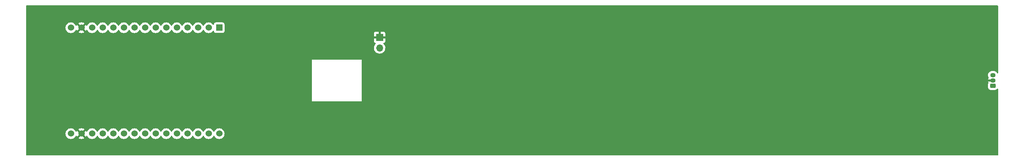
<source format=gbr>
%TF.GenerationSoftware,KiCad,Pcbnew,(6.0.1)*%
%TF.CreationDate,2022-02-04T16:43:35-05:00*%
%TF.ProjectId,fan,66616e2e-6b69-4636-9164-5f7063625858,rev?*%
%TF.SameCoordinates,Original*%
%TF.FileFunction,Copper,L2,Bot*%
%TF.FilePolarity,Positive*%
%FSLAX46Y46*%
G04 Gerber Fmt 4.6, Leading zero omitted, Abs format (unit mm)*
G04 Created by KiCad (PCBNEW (6.0.1)) date 2022-02-04 16:43:35*
%MOMM*%
%LPD*%
G01*
G04 APERTURE LIST*
G04 Aperture macros list*
%AMRoundRect*
0 Rectangle with rounded corners*
0 $1 Rounding radius*
0 $2 $3 $4 $5 $6 $7 $8 $9 X,Y pos of 4 corners*
0 Add a 4 corners polygon primitive as box body*
4,1,4,$2,$3,$4,$5,$6,$7,$8,$9,$2,$3,0*
0 Add four circle primitives for the rounded corners*
1,1,$1+$1,$2,$3*
1,1,$1+$1,$4,$5*
1,1,$1+$1,$6,$7*
1,1,$1+$1,$8,$9*
0 Add four rect primitives between the rounded corners*
20,1,$1+$1,$2,$3,$4,$5,0*
20,1,$1+$1,$4,$5,$6,$7,0*
20,1,$1+$1,$6,$7,$8,$9,0*
20,1,$1+$1,$8,$9,$2,$3,0*%
G04 Aperture macros list end*
%TA.AperFunction,ComponentPad*%
%ADD10R,1.524000X1.524000*%
%TD*%
%TA.AperFunction,ComponentPad*%
%ADD11C,1.524000*%
%TD*%
%TA.AperFunction,ComponentPad*%
%ADD12RoundRect,0.249900X0.400100X-0.275100X0.400100X0.275100X-0.400100X0.275100X-0.400100X-0.275100X0*%
%TD*%
%TA.AperFunction,ComponentPad*%
%ADD13O,1.300000X1.050000*%
%TD*%
%TA.AperFunction,ComponentPad*%
%ADD14R,1.700000X1.700000*%
%TD*%
%TA.AperFunction,ComponentPad*%
%ADD15O,1.700000X1.700000*%
%TD*%
%TA.AperFunction,ViaPad*%
%ADD16C,0.800000*%
%TD*%
G04 APERTURE END LIST*
D10*
%TO.P,U1,1,EN*%
%TO.N,unconnected-(U1-Pad1)*%
X95800000Y-81850000D03*
D11*
%TO.P,U1,2,SENSOR_VP*%
%TO.N,unconnected-(U1-Pad2)*%
X93260000Y-81850000D03*
%TO.P,U1,3,SENSOR_VN*%
%TO.N,unconnected-(U1-Pad3)*%
X90720000Y-81850000D03*
%TO.P,U1,4,IO34*%
%TO.N,unconnected-(U1-Pad4)*%
X88180000Y-81850000D03*
%TO.P,U1,5,IO35*%
%TO.N,unconnected-(U1-Pad5)*%
X85640000Y-81850000D03*
%TO.P,U1,6,IO32*%
%TO.N,unconnected-(U1-Pad6)*%
X83100000Y-81850000D03*
%TO.P,U1,7,IO33*%
%TO.N,unconnected-(U1-Pad7)*%
X80560000Y-81850000D03*
%TO.P,U1,8,IO25*%
%TO.N,unconnected-(U1-Pad8)*%
X78020000Y-81850000D03*
%TO.P,U1,9,IO26*%
%TO.N,unconnected-(U1-Pad9)*%
X75480000Y-81850000D03*
%TO.P,U1,10,IO27*%
%TO.N,unconnected-(U1-Pad10)*%
X72940000Y-81850000D03*
%TO.P,U1,11,IO14*%
%TO.N,unconnected-(U1-Pad11)*%
X70400000Y-81850000D03*
%TO.P,U1,12,IO12*%
%TO.N,unconnected-(U1-Pad12)*%
X67860000Y-81850000D03*
%TO.P,U1,13,IO13*%
%TO.N,unconnected-(U1-Pad13)*%
X65320000Y-81850000D03*
%TO.P,U1,14,GND*%
%TO.N,GND*%
X62780000Y-81850000D03*
%TO.P,U1,15,VIN*%
%TO.N,VCC*%
X60240000Y-81850000D03*
%TO.P,U1,16,3V3*%
%TO.N,unconnected-(U1-Pad16)*%
X60240000Y-107250000D03*
%TO.P,U1,17,GND*%
%TO.N,GND*%
X62780000Y-107250000D03*
%TO.P,U1,18,IO15*%
%TO.N,Net-(D1-Pad2)*%
X65320000Y-107250000D03*
%TO.P,U1,19,IO2*%
%TO.N,unconnected-(U1-Pad19)*%
X67860000Y-107250000D03*
%TO.P,U1,20,IO4*%
%TO.N,unconnected-(U1-Pad20)*%
X70400000Y-107250000D03*
%TO.P,U1,21,IO16*%
%TO.N,unconnected-(U1-Pad21)*%
X72940000Y-107250000D03*
%TO.P,U1,22,IO17*%
%TO.N,unconnected-(U1-Pad22)*%
X75480000Y-107250000D03*
%TO.P,U1,23,IO5*%
%TO.N,Net-(D1-Pad1)*%
X78020000Y-107250000D03*
%TO.P,U1,24,IO18*%
%TO.N,unconnected-(U1-Pad24)*%
X80560000Y-107250000D03*
%TO.P,U1,25,IO19*%
%TO.N,unconnected-(U1-Pad25)*%
X83100000Y-107250000D03*
%TO.P,U1,26,IO21*%
%TO.N,unconnected-(U1-Pad26)*%
X85640000Y-107250000D03*
%TO.P,U1,27,RXD0/IO3*%
%TO.N,unconnected-(U1-Pad27)*%
X88180000Y-107250000D03*
%TO.P,U1,28,TXD0/IO1*%
%TO.N,unconnected-(U1-Pad28)*%
X90720000Y-107250000D03*
%TO.P,U1,29,IO22*%
%TO.N,unconnected-(U1-Pad29)*%
X93260000Y-107250000D03*
%TO.P,U1,30,IO23*%
%TO.N,unconnected-(U1-Pad30)*%
X95800000Y-107250000D03*
%TD*%
D12*
%TO.P,U2,1,vcc*%
%TO.N,VCC*%
X281235000Y-95770000D03*
D13*
%TO.P,U2,2,GND*%
%TO.N,GND*%
X281235000Y-94500000D03*
%TO.P,U2,3,output*%
%TO.N,Net-(R1-Pad1)*%
X281235000Y-93230000D03*
%TD*%
D14*
%TO.P,J1,1,Pin_1*%
%TO.N,GND*%
X134250000Y-84150000D03*
D15*
%TO.P,J1,2,Pin_2*%
%TO.N,VCC*%
X134250000Y-86690000D03*
%TD*%
D16*
%TO.N,GND*%
X208080000Y-92070000D03*
X196890000Y-92100000D03*
X250510000Y-96900000D03*
X274960000Y-92150000D03*
X183611000Y-96889000D03*
X263860000Y-92110000D03*
X252690000Y-92110000D03*
X272820000Y-96910000D03*
X216980000Y-96960000D03*
X261660000Y-96930000D03*
X163382000Y-91683000D03*
X161350000Y-96509000D03*
X185811000Y-91989000D03*
X174661000Y-92014000D03*
X228190000Y-96920000D03*
X172436000Y-96839000D03*
X239480000Y-96980000D03*
X230360000Y-92080000D03*
X150174000Y-96509000D03*
X241560000Y-92120000D03*
X219270000Y-92150000D03*
X194786000Y-96939000D03*
X205900000Y-97000000D03*
X152206000Y-91683000D03*
X141086000Y-92039000D03*
%TD*%
%TA.AperFunction,Conductor*%
%TO.N,GND*%
G36*
X282434121Y-76528002D02*
G01*
X282480614Y-76581658D01*
X282492000Y-76634000D01*
X282492000Y-92651484D01*
X282471998Y-92719605D01*
X282418342Y-92766098D01*
X282348068Y-92776202D01*
X282283488Y-92746708D01*
X282254338Y-92709859D01*
X282231835Y-92666815D01*
X282228981Y-92661355D01*
X282223630Y-92654699D01*
X282105840Y-92508199D01*
X282101981Y-92503399D01*
X281946719Y-92373119D01*
X281941327Y-92370155D01*
X281941323Y-92370152D01*
X281774506Y-92278444D01*
X281769109Y-92275477D01*
X281575916Y-92214193D01*
X281569799Y-92213507D01*
X281569795Y-92213506D01*
X281495652Y-92205190D01*
X281418183Y-92196500D01*
X281058996Y-92196500D01*
X280908287Y-92211277D01*
X280714258Y-92269858D01*
X280535302Y-92365010D01*
X280378237Y-92493110D01*
X280374310Y-92497857D01*
X280374308Y-92497859D01*
X280252973Y-92644528D01*
X280252971Y-92644531D01*
X280249044Y-92649278D01*
X280152644Y-92827565D01*
X280092710Y-93021180D01*
X280071524Y-93222750D01*
X280089894Y-93424596D01*
X280147119Y-93619029D01*
X280149972Y-93624486D01*
X280149973Y-93624489D01*
X280238162Y-93793181D01*
X280238165Y-93793185D01*
X280241019Y-93798645D01*
X280241221Y-93798897D01*
X280261201Y-93864912D01*
X280246041Y-93925885D01*
X280156038Y-94092342D01*
X280151286Y-94103647D01*
X280112578Y-94228692D01*
X280112372Y-94242795D01*
X280119127Y-94246000D01*
X280888758Y-94246000D01*
X280902803Y-94246785D01*
X281051817Y-94263500D01*
X281363000Y-94263500D01*
X281431121Y-94283502D01*
X281477614Y-94337158D01*
X281489000Y-94389500D01*
X281489000Y-94610500D01*
X281468998Y-94678621D01*
X281415342Y-94725114D01*
X281363000Y-94736500D01*
X280784510Y-94736500D01*
X280781264Y-94736837D01*
X280781260Y-94736837D01*
X280685612Y-94746761D01*
X280685608Y-94746762D01*
X280678754Y-94747473D01*
X280672217Y-94749654D01*
X280665475Y-94751110D01*
X280665172Y-94749708D01*
X280638725Y-94754000D01*
X280126014Y-94754000D01*
X280112483Y-94757973D01*
X280111363Y-94765768D01*
X280145846Y-94882932D01*
X280150437Y-94894296D01*
X280192386Y-94974536D01*
X280206220Y-95044172D01*
X280187983Y-95099029D01*
X280142877Y-95172204D01*
X280087202Y-95340059D01*
X280076500Y-95444510D01*
X280076500Y-96095490D01*
X280087473Y-96201246D01*
X280143441Y-96369003D01*
X280236501Y-96519385D01*
X280361660Y-96644326D01*
X280512204Y-96737123D01*
X280680059Y-96792798D01*
X280686896Y-96793498D01*
X280686898Y-96793499D01*
X280729864Y-96797901D01*
X280784510Y-96803500D01*
X281685490Y-96803500D01*
X281688736Y-96803163D01*
X281688740Y-96803163D01*
X281784388Y-96793239D01*
X281784392Y-96793238D01*
X281791246Y-96792527D01*
X281797782Y-96790346D01*
X281797784Y-96790346D01*
X281935387Y-96744438D01*
X281959003Y-96736559D01*
X282109385Y-96643499D01*
X282234326Y-96518340D01*
X282258740Y-96478733D01*
X282311512Y-96431240D01*
X282381584Y-96419816D01*
X282446707Y-96448090D01*
X282486207Y-96507084D01*
X282492000Y-96544849D01*
X282492000Y-112366000D01*
X282471998Y-112434121D01*
X282418342Y-112480614D01*
X282366000Y-112492000D01*
X49642846Y-112492000D01*
X49574725Y-112471998D01*
X49528232Y-112418342D01*
X49516846Y-112366031D01*
X49515912Y-108524372D01*
X49515602Y-107250000D01*
X58964647Y-107250000D01*
X58984022Y-107471463D01*
X59041560Y-107686196D01*
X59043882Y-107691177D01*
X59043883Y-107691178D01*
X59133186Y-107882689D01*
X59133189Y-107882694D01*
X59135512Y-107887676D01*
X59138668Y-107892183D01*
X59138669Y-107892185D01*
X59175107Y-107944223D01*
X59263023Y-108069781D01*
X59420219Y-108226977D01*
X59424727Y-108230134D01*
X59424730Y-108230136D01*
X59500495Y-108283187D01*
X59602323Y-108354488D01*
X59607305Y-108356811D01*
X59607310Y-108356814D01*
X59797810Y-108445645D01*
X59803804Y-108448440D01*
X59809112Y-108449862D01*
X59809114Y-108449863D01*
X59874949Y-108467503D01*
X60018537Y-108505978D01*
X60240000Y-108525353D01*
X60461463Y-108505978D01*
X60605051Y-108467503D01*
X60670886Y-108449863D01*
X60670888Y-108449862D01*
X60676196Y-108448440D01*
X60682190Y-108445645D01*
X60872690Y-108356814D01*
X60872695Y-108356811D01*
X60877677Y-108354488D01*
X60942959Y-108308777D01*
X62085777Y-108308777D01*
X62095074Y-108320793D01*
X62138069Y-108350898D01*
X62147555Y-108356376D01*
X62338993Y-108445645D01*
X62349285Y-108449391D01*
X62553309Y-108504059D01*
X62564104Y-108505962D01*
X62774525Y-108524372D01*
X62785475Y-108524372D01*
X62995896Y-108505962D01*
X63006691Y-108504059D01*
X63210715Y-108449391D01*
X63221007Y-108445645D01*
X63412445Y-108356376D01*
X63421931Y-108350898D01*
X63465764Y-108320207D01*
X63474139Y-108309729D01*
X63467071Y-108296281D01*
X62792812Y-107622022D01*
X62778868Y-107614408D01*
X62777035Y-107614539D01*
X62770420Y-107618790D01*
X62092207Y-108297003D01*
X62085777Y-108308777D01*
X60942959Y-108308777D01*
X60979505Y-108283187D01*
X61055270Y-108230136D01*
X61055273Y-108230134D01*
X61059781Y-108226977D01*
X61216977Y-108069781D01*
X61304894Y-107944223D01*
X61341331Y-107892185D01*
X61341332Y-107892183D01*
X61344488Y-107887676D01*
X61346811Y-107882694D01*
X61346814Y-107882689D01*
X61396081Y-107777035D01*
X61442999Y-107723750D01*
X61511276Y-107704289D01*
X61579236Y-107724831D01*
X61624471Y-107777035D01*
X61673623Y-107882441D01*
X61679103Y-107891932D01*
X61709794Y-107935765D01*
X61720271Y-107944140D01*
X61733718Y-107937072D01*
X62407978Y-107262812D01*
X62414356Y-107251132D01*
X63144408Y-107251132D01*
X63144539Y-107252965D01*
X63148790Y-107259580D01*
X63827003Y-107937793D01*
X63838777Y-107944223D01*
X63850793Y-107934926D01*
X63880897Y-107891932D01*
X63886377Y-107882441D01*
X63935529Y-107777035D01*
X63982447Y-107723750D01*
X64050724Y-107704289D01*
X64118684Y-107724831D01*
X64163919Y-107777035D01*
X64213186Y-107882689D01*
X64213189Y-107882694D01*
X64215512Y-107887676D01*
X64218668Y-107892183D01*
X64218669Y-107892185D01*
X64255107Y-107944223D01*
X64343023Y-108069781D01*
X64500219Y-108226977D01*
X64504727Y-108230134D01*
X64504730Y-108230136D01*
X64580495Y-108283187D01*
X64682323Y-108354488D01*
X64687305Y-108356811D01*
X64687310Y-108356814D01*
X64877810Y-108445645D01*
X64883804Y-108448440D01*
X64889112Y-108449862D01*
X64889114Y-108449863D01*
X64954949Y-108467503D01*
X65098537Y-108505978D01*
X65320000Y-108525353D01*
X65541463Y-108505978D01*
X65685051Y-108467503D01*
X65750886Y-108449863D01*
X65750888Y-108449862D01*
X65756196Y-108448440D01*
X65762190Y-108445645D01*
X65952690Y-108356814D01*
X65952695Y-108356811D01*
X65957677Y-108354488D01*
X66059505Y-108283187D01*
X66135270Y-108230136D01*
X66135273Y-108230134D01*
X66139781Y-108226977D01*
X66296977Y-108069781D01*
X66384894Y-107944223D01*
X66421331Y-107892185D01*
X66421332Y-107892183D01*
X66424488Y-107887676D01*
X66426811Y-107882694D01*
X66426814Y-107882689D01*
X66475805Y-107777627D01*
X66522723Y-107724342D01*
X66591000Y-107704881D01*
X66658960Y-107725423D01*
X66704195Y-107777627D01*
X66753186Y-107882689D01*
X66753189Y-107882694D01*
X66755512Y-107887676D01*
X66758668Y-107892183D01*
X66758669Y-107892185D01*
X66795107Y-107944223D01*
X66883023Y-108069781D01*
X67040219Y-108226977D01*
X67044727Y-108230134D01*
X67044730Y-108230136D01*
X67120495Y-108283187D01*
X67222323Y-108354488D01*
X67227305Y-108356811D01*
X67227310Y-108356814D01*
X67417810Y-108445645D01*
X67423804Y-108448440D01*
X67429112Y-108449862D01*
X67429114Y-108449863D01*
X67494949Y-108467503D01*
X67638537Y-108505978D01*
X67860000Y-108525353D01*
X68081463Y-108505978D01*
X68225051Y-108467503D01*
X68290886Y-108449863D01*
X68290888Y-108449862D01*
X68296196Y-108448440D01*
X68302190Y-108445645D01*
X68492690Y-108356814D01*
X68492695Y-108356811D01*
X68497677Y-108354488D01*
X68599505Y-108283187D01*
X68675270Y-108230136D01*
X68675273Y-108230134D01*
X68679781Y-108226977D01*
X68836977Y-108069781D01*
X68924894Y-107944223D01*
X68961331Y-107892185D01*
X68961332Y-107892183D01*
X68964488Y-107887676D01*
X68966811Y-107882694D01*
X68966814Y-107882689D01*
X69015805Y-107777627D01*
X69062723Y-107724342D01*
X69131000Y-107704881D01*
X69198960Y-107725423D01*
X69244195Y-107777627D01*
X69293186Y-107882689D01*
X69293189Y-107882694D01*
X69295512Y-107887676D01*
X69298668Y-107892183D01*
X69298669Y-107892185D01*
X69335107Y-107944223D01*
X69423023Y-108069781D01*
X69580219Y-108226977D01*
X69584727Y-108230134D01*
X69584730Y-108230136D01*
X69660495Y-108283187D01*
X69762323Y-108354488D01*
X69767305Y-108356811D01*
X69767310Y-108356814D01*
X69957810Y-108445645D01*
X69963804Y-108448440D01*
X69969112Y-108449862D01*
X69969114Y-108449863D01*
X70034949Y-108467503D01*
X70178537Y-108505978D01*
X70400000Y-108525353D01*
X70621463Y-108505978D01*
X70765051Y-108467503D01*
X70830886Y-108449863D01*
X70830888Y-108449862D01*
X70836196Y-108448440D01*
X70842190Y-108445645D01*
X71032690Y-108356814D01*
X71032695Y-108356811D01*
X71037677Y-108354488D01*
X71139505Y-108283187D01*
X71215270Y-108230136D01*
X71215273Y-108230134D01*
X71219781Y-108226977D01*
X71376977Y-108069781D01*
X71464894Y-107944223D01*
X71501331Y-107892185D01*
X71501332Y-107892183D01*
X71504488Y-107887676D01*
X71506811Y-107882694D01*
X71506814Y-107882689D01*
X71555805Y-107777627D01*
X71602723Y-107724342D01*
X71671000Y-107704881D01*
X71738960Y-107725423D01*
X71784195Y-107777627D01*
X71833186Y-107882689D01*
X71833189Y-107882694D01*
X71835512Y-107887676D01*
X71838668Y-107892183D01*
X71838669Y-107892185D01*
X71875107Y-107944223D01*
X71963023Y-108069781D01*
X72120219Y-108226977D01*
X72124727Y-108230134D01*
X72124730Y-108230136D01*
X72200495Y-108283187D01*
X72302323Y-108354488D01*
X72307305Y-108356811D01*
X72307310Y-108356814D01*
X72497810Y-108445645D01*
X72503804Y-108448440D01*
X72509112Y-108449862D01*
X72509114Y-108449863D01*
X72574949Y-108467503D01*
X72718537Y-108505978D01*
X72940000Y-108525353D01*
X73161463Y-108505978D01*
X73305051Y-108467503D01*
X73370886Y-108449863D01*
X73370888Y-108449862D01*
X73376196Y-108448440D01*
X73382190Y-108445645D01*
X73572690Y-108356814D01*
X73572695Y-108356811D01*
X73577677Y-108354488D01*
X73679505Y-108283187D01*
X73755270Y-108230136D01*
X73755273Y-108230134D01*
X73759781Y-108226977D01*
X73916977Y-108069781D01*
X74004894Y-107944223D01*
X74041331Y-107892185D01*
X74041332Y-107892183D01*
X74044488Y-107887676D01*
X74046811Y-107882694D01*
X74046814Y-107882689D01*
X74095805Y-107777627D01*
X74142723Y-107724342D01*
X74211000Y-107704881D01*
X74278960Y-107725423D01*
X74324195Y-107777627D01*
X74373186Y-107882689D01*
X74373189Y-107882694D01*
X74375512Y-107887676D01*
X74378668Y-107892183D01*
X74378669Y-107892185D01*
X74415107Y-107944223D01*
X74503023Y-108069781D01*
X74660219Y-108226977D01*
X74664727Y-108230134D01*
X74664730Y-108230136D01*
X74740495Y-108283187D01*
X74842323Y-108354488D01*
X74847305Y-108356811D01*
X74847310Y-108356814D01*
X75037810Y-108445645D01*
X75043804Y-108448440D01*
X75049112Y-108449862D01*
X75049114Y-108449863D01*
X75114949Y-108467503D01*
X75258537Y-108505978D01*
X75480000Y-108525353D01*
X75701463Y-108505978D01*
X75845051Y-108467503D01*
X75910886Y-108449863D01*
X75910888Y-108449862D01*
X75916196Y-108448440D01*
X75922190Y-108445645D01*
X76112690Y-108356814D01*
X76112695Y-108356811D01*
X76117677Y-108354488D01*
X76219505Y-108283187D01*
X76295270Y-108230136D01*
X76295273Y-108230134D01*
X76299781Y-108226977D01*
X76456977Y-108069781D01*
X76544894Y-107944223D01*
X76581331Y-107892185D01*
X76581332Y-107892183D01*
X76584488Y-107887676D01*
X76586811Y-107882694D01*
X76586814Y-107882689D01*
X76635805Y-107777627D01*
X76682723Y-107724342D01*
X76751000Y-107704881D01*
X76818960Y-107725423D01*
X76864195Y-107777627D01*
X76913186Y-107882689D01*
X76913189Y-107882694D01*
X76915512Y-107887676D01*
X76918668Y-107892183D01*
X76918669Y-107892185D01*
X76955107Y-107944223D01*
X77043023Y-108069781D01*
X77200219Y-108226977D01*
X77204727Y-108230134D01*
X77204730Y-108230136D01*
X77280495Y-108283187D01*
X77382323Y-108354488D01*
X77387305Y-108356811D01*
X77387310Y-108356814D01*
X77577810Y-108445645D01*
X77583804Y-108448440D01*
X77589112Y-108449862D01*
X77589114Y-108449863D01*
X77654949Y-108467503D01*
X77798537Y-108505978D01*
X78020000Y-108525353D01*
X78241463Y-108505978D01*
X78385051Y-108467503D01*
X78450886Y-108449863D01*
X78450888Y-108449862D01*
X78456196Y-108448440D01*
X78462190Y-108445645D01*
X78652690Y-108356814D01*
X78652695Y-108356811D01*
X78657677Y-108354488D01*
X78759505Y-108283187D01*
X78835270Y-108230136D01*
X78835273Y-108230134D01*
X78839781Y-108226977D01*
X78996977Y-108069781D01*
X79084894Y-107944223D01*
X79121331Y-107892185D01*
X79121332Y-107892183D01*
X79124488Y-107887676D01*
X79126811Y-107882694D01*
X79126814Y-107882689D01*
X79175805Y-107777627D01*
X79222723Y-107724342D01*
X79291000Y-107704881D01*
X79358960Y-107725423D01*
X79404195Y-107777627D01*
X79453186Y-107882689D01*
X79453189Y-107882694D01*
X79455512Y-107887676D01*
X79458668Y-107892183D01*
X79458669Y-107892185D01*
X79495107Y-107944223D01*
X79583023Y-108069781D01*
X79740219Y-108226977D01*
X79744727Y-108230134D01*
X79744730Y-108230136D01*
X79820495Y-108283187D01*
X79922323Y-108354488D01*
X79927305Y-108356811D01*
X79927310Y-108356814D01*
X80117810Y-108445645D01*
X80123804Y-108448440D01*
X80129112Y-108449862D01*
X80129114Y-108449863D01*
X80194949Y-108467503D01*
X80338537Y-108505978D01*
X80560000Y-108525353D01*
X80781463Y-108505978D01*
X80925051Y-108467503D01*
X80990886Y-108449863D01*
X80990888Y-108449862D01*
X80996196Y-108448440D01*
X81002190Y-108445645D01*
X81192690Y-108356814D01*
X81192695Y-108356811D01*
X81197677Y-108354488D01*
X81299505Y-108283187D01*
X81375270Y-108230136D01*
X81375273Y-108230134D01*
X81379781Y-108226977D01*
X81536977Y-108069781D01*
X81624894Y-107944223D01*
X81661331Y-107892185D01*
X81661332Y-107892183D01*
X81664488Y-107887676D01*
X81666811Y-107882694D01*
X81666814Y-107882689D01*
X81715805Y-107777627D01*
X81762723Y-107724342D01*
X81831000Y-107704881D01*
X81898960Y-107725423D01*
X81944195Y-107777627D01*
X81993186Y-107882689D01*
X81993189Y-107882694D01*
X81995512Y-107887676D01*
X81998668Y-107892183D01*
X81998669Y-107892185D01*
X82035107Y-107944223D01*
X82123023Y-108069781D01*
X82280219Y-108226977D01*
X82284727Y-108230134D01*
X82284730Y-108230136D01*
X82360495Y-108283187D01*
X82462323Y-108354488D01*
X82467305Y-108356811D01*
X82467310Y-108356814D01*
X82657810Y-108445645D01*
X82663804Y-108448440D01*
X82669112Y-108449862D01*
X82669114Y-108449863D01*
X82734949Y-108467503D01*
X82878537Y-108505978D01*
X83100000Y-108525353D01*
X83321463Y-108505978D01*
X83465051Y-108467503D01*
X83530886Y-108449863D01*
X83530888Y-108449862D01*
X83536196Y-108448440D01*
X83542190Y-108445645D01*
X83732690Y-108356814D01*
X83732695Y-108356811D01*
X83737677Y-108354488D01*
X83839505Y-108283187D01*
X83915270Y-108230136D01*
X83915273Y-108230134D01*
X83919781Y-108226977D01*
X84076977Y-108069781D01*
X84164894Y-107944223D01*
X84201331Y-107892185D01*
X84201332Y-107892183D01*
X84204488Y-107887676D01*
X84206811Y-107882694D01*
X84206814Y-107882689D01*
X84255805Y-107777627D01*
X84302723Y-107724342D01*
X84371000Y-107704881D01*
X84438960Y-107725423D01*
X84484195Y-107777627D01*
X84533186Y-107882689D01*
X84533189Y-107882694D01*
X84535512Y-107887676D01*
X84538668Y-107892183D01*
X84538669Y-107892185D01*
X84575107Y-107944223D01*
X84663023Y-108069781D01*
X84820219Y-108226977D01*
X84824727Y-108230134D01*
X84824730Y-108230136D01*
X84900495Y-108283187D01*
X85002323Y-108354488D01*
X85007305Y-108356811D01*
X85007310Y-108356814D01*
X85197810Y-108445645D01*
X85203804Y-108448440D01*
X85209112Y-108449862D01*
X85209114Y-108449863D01*
X85274949Y-108467503D01*
X85418537Y-108505978D01*
X85640000Y-108525353D01*
X85861463Y-108505978D01*
X86005051Y-108467503D01*
X86070886Y-108449863D01*
X86070888Y-108449862D01*
X86076196Y-108448440D01*
X86082190Y-108445645D01*
X86272690Y-108356814D01*
X86272695Y-108356811D01*
X86277677Y-108354488D01*
X86379505Y-108283187D01*
X86455270Y-108230136D01*
X86455273Y-108230134D01*
X86459781Y-108226977D01*
X86616977Y-108069781D01*
X86704894Y-107944223D01*
X86741331Y-107892185D01*
X86741332Y-107892183D01*
X86744488Y-107887676D01*
X86746811Y-107882694D01*
X86746814Y-107882689D01*
X86795805Y-107777627D01*
X86842723Y-107724342D01*
X86911000Y-107704881D01*
X86978960Y-107725423D01*
X87024195Y-107777627D01*
X87073186Y-107882689D01*
X87073189Y-107882694D01*
X87075512Y-107887676D01*
X87078668Y-107892183D01*
X87078669Y-107892185D01*
X87115107Y-107944223D01*
X87203023Y-108069781D01*
X87360219Y-108226977D01*
X87364727Y-108230134D01*
X87364730Y-108230136D01*
X87440495Y-108283187D01*
X87542323Y-108354488D01*
X87547305Y-108356811D01*
X87547310Y-108356814D01*
X87737810Y-108445645D01*
X87743804Y-108448440D01*
X87749112Y-108449862D01*
X87749114Y-108449863D01*
X87814949Y-108467503D01*
X87958537Y-108505978D01*
X88180000Y-108525353D01*
X88401463Y-108505978D01*
X88545051Y-108467503D01*
X88610886Y-108449863D01*
X88610888Y-108449862D01*
X88616196Y-108448440D01*
X88622190Y-108445645D01*
X88812690Y-108356814D01*
X88812695Y-108356811D01*
X88817677Y-108354488D01*
X88919505Y-108283187D01*
X88995270Y-108230136D01*
X88995273Y-108230134D01*
X88999781Y-108226977D01*
X89156977Y-108069781D01*
X89244894Y-107944223D01*
X89281331Y-107892185D01*
X89281332Y-107892183D01*
X89284488Y-107887676D01*
X89286811Y-107882694D01*
X89286814Y-107882689D01*
X89335805Y-107777627D01*
X89382723Y-107724342D01*
X89451000Y-107704881D01*
X89518960Y-107725423D01*
X89564195Y-107777627D01*
X89613186Y-107882689D01*
X89613189Y-107882694D01*
X89615512Y-107887676D01*
X89618668Y-107892183D01*
X89618669Y-107892185D01*
X89655107Y-107944223D01*
X89743023Y-108069781D01*
X89900219Y-108226977D01*
X89904727Y-108230134D01*
X89904730Y-108230136D01*
X89980495Y-108283187D01*
X90082323Y-108354488D01*
X90087305Y-108356811D01*
X90087310Y-108356814D01*
X90277810Y-108445645D01*
X90283804Y-108448440D01*
X90289112Y-108449862D01*
X90289114Y-108449863D01*
X90354949Y-108467503D01*
X90498537Y-108505978D01*
X90720000Y-108525353D01*
X90941463Y-108505978D01*
X91085051Y-108467503D01*
X91150886Y-108449863D01*
X91150888Y-108449862D01*
X91156196Y-108448440D01*
X91162190Y-108445645D01*
X91352690Y-108356814D01*
X91352695Y-108356811D01*
X91357677Y-108354488D01*
X91459505Y-108283187D01*
X91535270Y-108230136D01*
X91535273Y-108230134D01*
X91539781Y-108226977D01*
X91696977Y-108069781D01*
X91784894Y-107944223D01*
X91821331Y-107892185D01*
X91821332Y-107892183D01*
X91824488Y-107887676D01*
X91826811Y-107882694D01*
X91826814Y-107882689D01*
X91875805Y-107777627D01*
X91922723Y-107724342D01*
X91991000Y-107704881D01*
X92058960Y-107725423D01*
X92104195Y-107777627D01*
X92153186Y-107882689D01*
X92153189Y-107882694D01*
X92155512Y-107887676D01*
X92158668Y-107892183D01*
X92158669Y-107892185D01*
X92195107Y-107944223D01*
X92283023Y-108069781D01*
X92440219Y-108226977D01*
X92444727Y-108230134D01*
X92444730Y-108230136D01*
X92520495Y-108283187D01*
X92622323Y-108354488D01*
X92627305Y-108356811D01*
X92627310Y-108356814D01*
X92817810Y-108445645D01*
X92823804Y-108448440D01*
X92829112Y-108449862D01*
X92829114Y-108449863D01*
X92894949Y-108467503D01*
X93038537Y-108505978D01*
X93260000Y-108525353D01*
X93481463Y-108505978D01*
X93625051Y-108467503D01*
X93690886Y-108449863D01*
X93690888Y-108449862D01*
X93696196Y-108448440D01*
X93702190Y-108445645D01*
X93892690Y-108356814D01*
X93892695Y-108356811D01*
X93897677Y-108354488D01*
X93999505Y-108283187D01*
X94075270Y-108230136D01*
X94075273Y-108230134D01*
X94079781Y-108226977D01*
X94236977Y-108069781D01*
X94324894Y-107944223D01*
X94361331Y-107892185D01*
X94361332Y-107892183D01*
X94364488Y-107887676D01*
X94366811Y-107882694D01*
X94366814Y-107882689D01*
X94415805Y-107777627D01*
X94462723Y-107724342D01*
X94531000Y-107704881D01*
X94598960Y-107725423D01*
X94644195Y-107777627D01*
X94693186Y-107882689D01*
X94693189Y-107882694D01*
X94695512Y-107887676D01*
X94698668Y-107892183D01*
X94698669Y-107892185D01*
X94735107Y-107944223D01*
X94823023Y-108069781D01*
X94980219Y-108226977D01*
X94984727Y-108230134D01*
X94984730Y-108230136D01*
X95060495Y-108283187D01*
X95162323Y-108354488D01*
X95167305Y-108356811D01*
X95167310Y-108356814D01*
X95357810Y-108445645D01*
X95363804Y-108448440D01*
X95369112Y-108449862D01*
X95369114Y-108449863D01*
X95434949Y-108467503D01*
X95578537Y-108505978D01*
X95800000Y-108525353D01*
X96021463Y-108505978D01*
X96165051Y-108467503D01*
X96230886Y-108449863D01*
X96230888Y-108449862D01*
X96236196Y-108448440D01*
X96242190Y-108445645D01*
X96432690Y-108356814D01*
X96432695Y-108356811D01*
X96437677Y-108354488D01*
X96539505Y-108283187D01*
X96615270Y-108230136D01*
X96615273Y-108230134D01*
X96619781Y-108226977D01*
X96776977Y-108069781D01*
X96864894Y-107944223D01*
X96901331Y-107892185D01*
X96901332Y-107892183D01*
X96904488Y-107887676D01*
X96906811Y-107882694D01*
X96906814Y-107882689D01*
X96996117Y-107691178D01*
X96996118Y-107691177D01*
X96998440Y-107686196D01*
X97055978Y-107471463D01*
X97075353Y-107250000D01*
X97055978Y-107028537D01*
X96998440Y-106813804D01*
X96955805Y-106722373D01*
X96906814Y-106617311D01*
X96906811Y-106617306D01*
X96904488Y-106612324D01*
X96901331Y-106607815D01*
X96780136Y-106434730D01*
X96780134Y-106434727D01*
X96776977Y-106430219D01*
X96619781Y-106273023D01*
X96615273Y-106269866D01*
X96615270Y-106269864D01*
X96539505Y-106216813D01*
X96437677Y-106145512D01*
X96432695Y-106143189D01*
X96432690Y-106143186D01*
X96241178Y-106053883D01*
X96241177Y-106053882D01*
X96236196Y-106051560D01*
X96230888Y-106050138D01*
X96230886Y-106050137D01*
X96165051Y-106032497D01*
X96021463Y-105994022D01*
X95800000Y-105974647D01*
X95578537Y-105994022D01*
X95434949Y-106032497D01*
X95369114Y-106050137D01*
X95369112Y-106050138D01*
X95363804Y-106051560D01*
X95358823Y-106053882D01*
X95358822Y-106053883D01*
X95167311Y-106143186D01*
X95167306Y-106143189D01*
X95162324Y-106145512D01*
X95157817Y-106148668D01*
X95157815Y-106148669D01*
X94984730Y-106269864D01*
X94984727Y-106269866D01*
X94980219Y-106273023D01*
X94823023Y-106430219D01*
X94819866Y-106434727D01*
X94819864Y-106434730D01*
X94698669Y-106607815D01*
X94695512Y-106612324D01*
X94693189Y-106617306D01*
X94693186Y-106617311D01*
X94644195Y-106722373D01*
X94597277Y-106775658D01*
X94529000Y-106795119D01*
X94461040Y-106774577D01*
X94415805Y-106722373D01*
X94366814Y-106617311D01*
X94366811Y-106617306D01*
X94364488Y-106612324D01*
X94361331Y-106607815D01*
X94240136Y-106434730D01*
X94240134Y-106434727D01*
X94236977Y-106430219D01*
X94079781Y-106273023D01*
X94075273Y-106269866D01*
X94075270Y-106269864D01*
X93999505Y-106216813D01*
X93897677Y-106145512D01*
X93892695Y-106143189D01*
X93892690Y-106143186D01*
X93701178Y-106053883D01*
X93701177Y-106053882D01*
X93696196Y-106051560D01*
X93690888Y-106050138D01*
X93690886Y-106050137D01*
X93625051Y-106032497D01*
X93481463Y-105994022D01*
X93260000Y-105974647D01*
X93038537Y-105994022D01*
X92894949Y-106032497D01*
X92829114Y-106050137D01*
X92829112Y-106050138D01*
X92823804Y-106051560D01*
X92818823Y-106053882D01*
X92818822Y-106053883D01*
X92627311Y-106143186D01*
X92627306Y-106143189D01*
X92622324Y-106145512D01*
X92617817Y-106148668D01*
X92617815Y-106148669D01*
X92444730Y-106269864D01*
X92444727Y-106269866D01*
X92440219Y-106273023D01*
X92283023Y-106430219D01*
X92279866Y-106434727D01*
X92279864Y-106434730D01*
X92158669Y-106607815D01*
X92155512Y-106612324D01*
X92153189Y-106617306D01*
X92153186Y-106617311D01*
X92104195Y-106722373D01*
X92057277Y-106775658D01*
X91989000Y-106795119D01*
X91921040Y-106774577D01*
X91875805Y-106722373D01*
X91826814Y-106617311D01*
X91826811Y-106617306D01*
X91824488Y-106612324D01*
X91821331Y-106607815D01*
X91700136Y-106434730D01*
X91700134Y-106434727D01*
X91696977Y-106430219D01*
X91539781Y-106273023D01*
X91535273Y-106269866D01*
X91535270Y-106269864D01*
X91459505Y-106216813D01*
X91357677Y-106145512D01*
X91352695Y-106143189D01*
X91352690Y-106143186D01*
X91161178Y-106053883D01*
X91161177Y-106053882D01*
X91156196Y-106051560D01*
X91150888Y-106050138D01*
X91150886Y-106050137D01*
X91085051Y-106032497D01*
X90941463Y-105994022D01*
X90720000Y-105974647D01*
X90498537Y-105994022D01*
X90354949Y-106032497D01*
X90289114Y-106050137D01*
X90289112Y-106050138D01*
X90283804Y-106051560D01*
X90278823Y-106053882D01*
X90278822Y-106053883D01*
X90087311Y-106143186D01*
X90087306Y-106143189D01*
X90082324Y-106145512D01*
X90077817Y-106148668D01*
X90077815Y-106148669D01*
X89904730Y-106269864D01*
X89904727Y-106269866D01*
X89900219Y-106273023D01*
X89743023Y-106430219D01*
X89739866Y-106434727D01*
X89739864Y-106434730D01*
X89618669Y-106607815D01*
X89615512Y-106612324D01*
X89613189Y-106617306D01*
X89613186Y-106617311D01*
X89564195Y-106722373D01*
X89517277Y-106775658D01*
X89449000Y-106795119D01*
X89381040Y-106774577D01*
X89335805Y-106722373D01*
X89286814Y-106617311D01*
X89286811Y-106617306D01*
X89284488Y-106612324D01*
X89281331Y-106607815D01*
X89160136Y-106434730D01*
X89160134Y-106434727D01*
X89156977Y-106430219D01*
X88999781Y-106273023D01*
X88995273Y-106269866D01*
X88995270Y-106269864D01*
X88919505Y-106216813D01*
X88817677Y-106145512D01*
X88812695Y-106143189D01*
X88812690Y-106143186D01*
X88621178Y-106053883D01*
X88621177Y-106053882D01*
X88616196Y-106051560D01*
X88610888Y-106050138D01*
X88610886Y-106050137D01*
X88545051Y-106032497D01*
X88401463Y-105994022D01*
X88180000Y-105974647D01*
X87958537Y-105994022D01*
X87814949Y-106032497D01*
X87749114Y-106050137D01*
X87749112Y-106050138D01*
X87743804Y-106051560D01*
X87738823Y-106053882D01*
X87738822Y-106053883D01*
X87547311Y-106143186D01*
X87547306Y-106143189D01*
X87542324Y-106145512D01*
X87537817Y-106148668D01*
X87537815Y-106148669D01*
X87364730Y-106269864D01*
X87364727Y-106269866D01*
X87360219Y-106273023D01*
X87203023Y-106430219D01*
X87199866Y-106434727D01*
X87199864Y-106434730D01*
X87078669Y-106607815D01*
X87075512Y-106612324D01*
X87073189Y-106617306D01*
X87073186Y-106617311D01*
X87024195Y-106722373D01*
X86977277Y-106775658D01*
X86909000Y-106795119D01*
X86841040Y-106774577D01*
X86795805Y-106722373D01*
X86746814Y-106617311D01*
X86746811Y-106617306D01*
X86744488Y-106612324D01*
X86741331Y-106607815D01*
X86620136Y-106434730D01*
X86620134Y-106434727D01*
X86616977Y-106430219D01*
X86459781Y-106273023D01*
X86455273Y-106269866D01*
X86455270Y-106269864D01*
X86379505Y-106216813D01*
X86277677Y-106145512D01*
X86272695Y-106143189D01*
X86272690Y-106143186D01*
X86081178Y-106053883D01*
X86081177Y-106053882D01*
X86076196Y-106051560D01*
X86070888Y-106050138D01*
X86070886Y-106050137D01*
X86005051Y-106032497D01*
X85861463Y-105994022D01*
X85640000Y-105974647D01*
X85418537Y-105994022D01*
X85274949Y-106032497D01*
X85209114Y-106050137D01*
X85209112Y-106050138D01*
X85203804Y-106051560D01*
X85198823Y-106053882D01*
X85198822Y-106053883D01*
X85007311Y-106143186D01*
X85007306Y-106143189D01*
X85002324Y-106145512D01*
X84997817Y-106148668D01*
X84997815Y-106148669D01*
X84824730Y-106269864D01*
X84824727Y-106269866D01*
X84820219Y-106273023D01*
X84663023Y-106430219D01*
X84659866Y-106434727D01*
X84659864Y-106434730D01*
X84538669Y-106607815D01*
X84535512Y-106612324D01*
X84533189Y-106617306D01*
X84533186Y-106617311D01*
X84484195Y-106722373D01*
X84437277Y-106775658D01*
X84369000Y-106795119D01*
X84301040Y-106774577D01*
X84255805Y-106722373D01*
X84206814Y-106617311D01*
X84206811Y-106617306D01*
X84204488Y-106612324D01*
X84201331Y-106607815D01*
X84080136Y-106434730D01*
X84080134Y-106434727D01*
X84076977Y-106430219D01*
X83919781Y-106273023D01*
X83915273Y-106269866D01*
X83915270Y-106269864D01*
X83839505Y-106216813D01*
X83737677Y-106145512D01*
X83732695Y-106143189D01*
X83732690Y-106143186D01*
X83541178Y-106053883D01*
X83541177Y-106053882D01*
X83536196Y-106051560D01*
X83530888Y-106050138D01*
X83530886Y-106050137D01*
X83465051Y-106032497D01*
X83321463Y-105994022D01*
X83100000Y-105974647D01*
X82878537Y-105994022D01*
X82734949Y-106032497D01*
X82669114Y-106050137D01*
X82669112Y-106050138D01*
X82663804Y-106051560D01*
X82658823Y-106053882D01*
X82658822Y-106053883D01*
X82467311Y-106143186D01*
X82467306Y-106143189D01*
X82462324Y-106145512D01*
X82457817Y-106148668D01*
X82457815Y-106148669D01*
X82284730Y-106269864D01*
X82284727Y-106269866D01*
X82280219Y-106273023D01*
X82123023Y-106430219D01*
X82119866Y-106434727D01*
X82119864Y-106434730D01*
X81998669Y-106607815D01*
X81995512Y-106612324D01*
X81993189Y-106617306D01*
X81993186Y-106617311D01*
X81944195Y-106722373D01*
X81897277Y-106775658D01*
X81829000Y-106795119D01*
X81761040Y-106774577D01*
X81715805Y-106722373D01*
X81666814Y-106617311D01*
X81666811Y-106617306D01*
X81664488Y-106612324D01*
X81661331Y-106607815D01*
X81540136Y-106434730D01*
X81540134Y-106434727D01*
X81536977Y-106430219D01*
X81379781Y-106273023D01*
X81375273Y-106269866D01*
X81375270Y-106269864D01*
X81299505Y-106216813D01*
X81197677Y-106145512D01*
X81192695Y-106143189D01*
X81192690Y-106143186D01*
X81001178Y-106053883D01*
X81001177Y-106053882D01*
X80996196Y-106051560D01*
X80990888Y-106050138D01*
X80990886Y-106050137D01*
X80925051Y-106032497D01*
X80781463Y-105994022D01*
X80560000Y-105974647D01*
X80338537Y-105994022D01*
X80194949Y-106032497D01*
X80129114Y-106050137D01*
X80129112Y-106050138D01*
X80123804Y-106051560D01*
X80118823Y-106053882D01*
X80118822Y-106053883D01*
X79927311Y-106143186D01*
X79927306Y-106143189D01*
X79922324Y-106145512D01*
X79917817Y-106148668D01*
X79917815Y-106148669D01*
X79744730Y-106269864D01*
X79744727Y-106269866D01*
X79740219Y-106273023D01*
X79583023Y-106430219D01*
X79579866Y-106434727D01*
X79579864Y-106434730D01*
X79458669Y-106607815D01*
X79455512Y-106612324D01*
X79453189Y-106617306D01*
X79453186Y-106617311D01*
X79404195Y-106722373D01*
X79357277Y-106775658D01*
X79289000Y-106795119D01*
X79221040Y-106774577D01*
X79175805Y-106722373D01*
X79126814Y-106617311D01*
X79126811Y-106617306D01*
X79124488Y-106612324D01*
X79121331Y-106607815D01*
X79000136Y-106434730D01*
X79000134Y-106434727D01*
X78996977Y-106430219D01*
X78839781Y-106273023D01*
X78835273Y-106269866D01*
X78835270Y-106269864D01*
X78759505Y-106216813D01*
X78657677Y-106145512D01*
X78652695Y-106143189D01*
X78652690Y-106143186D01*
X78461178Y-106053883D01*
X78461177Y-106053882D01*
X78456196Y-106051560D01*
X78450888Y-106050138D01*
X78450886Y-106050137D01*
X78385051Y-106032497D01*
X78241463Y-105994022D01*
X78020000Y-105974647D01*
X77798537Y-105994022D01*
X77654949Y-106032497D01*
X77589114Y-106050137D01*
X77589112Y-106050138D01*
X77583804Y-106051560D01*
X77578823Y-106053882D01*
X77578822Y-106053883D01*
X77387311Y-106143186D01*
X77387306Y-106143189D01*
X77382324Y-106145512D01*
X77377817Y-106148668D01*
X77377815Y-106148669D01*
X77204730Y-106269864D01*
X77204727Y-106269866D01*
X77200219Y-106273023D01*
X77043023Y-106430219D01*
X77039866Y-106434727D01*
X77039864Y-106434730D01*
X76918669Y-106607815D01*
X76915512Y-106612324D01*
X76913189Y-106617306D01*
X76913186Y-106617311D01*
X76864195Y-106722373D01*
X76817277Y-106775658D01*
X76749000Y-106795119D01*
X76681040Y-106774577D01*
X76635805Y-106722373D01*
X76586814Y-106617311D01*
X76586811Y-106617306D01*
X76584488Y-106612324D01*
X76581331Y-106607815D01*
X76460136Y-106434730D01*
X76460134Y-106434727D01*
X76456977Y-106430219D01*
X76299781Y-106273023D01*
X76295273Y-106269866D01*
X76295270Y-106269864D01*
X76219505Y-106216813D01*
X76117677Y-106145512D01*
X76112695Y-106143189D01*
X76112690Y-106143186D01*
X75921178Y-106053883D01*
X75921177Y-106053882D01*
X75916196Y-106051560D01*
X75910888Y-106050138D01*
X75910886Y-106050137D01*
X75845051Y-106032497D01*
X75701463Y-105994022D01*
X75480000Y-105974647D01*
X75258537Y-105994022D01*
X75114949Y-106032497D01*
X75049114Y-106050137D01*
X75049112Y-106050138D01*
X75043804Y-106051560D01*
X75038823Y-106053882D01*
X75038822Y-106053883D01*
X74847311Y-106143186D01*
X74847306Y-106143189D01*
X74842324Y-106145512D01*
X74837817Y-106148668D01*
X74837815Y-106148669D01*
X74664730Y-106269864D01*
X74664727Y-106269866D01*
X74660219Y-106273023D01*
X74503023Y-106430219D01*
X74499866Y-106434727D01*
X74499864Y-106434730D01*
X74378669Y-106607815D01*
X74375512Y-106612324D01*
X74373189Y-106617306D01*
X74373186Y-106617311D01*
X74324195Y-106722373D01*
X74277277Y-106775658D01*
X74209000Y-106795119D01*
X74141040Y-106774577D01*
X74095805Y-106722373D01*
X74046814Y-106617311D01*
X74046811Y-106617306D01*
X74044488Y-106612324D01*
X74041331Y-106607815D01*
X73920136Y-106434730D01*
X73920134Y-106434727D01*
X73916977Y-106430219D01*
X73759781Y-106273023D01*
X73755273Y-106269866D01*
X73755270Y-106269864D01*
X73679505Y-106216813D01*
X73577677Y-106145512D01*
X73572695Y-106143189D01*
X73572690Y-106143186D01*
X73381178Y-106053883D01*
X73381177Y-106053882D01*
X73376196Y-106051560D01*
X73370888Y-106050138D01*
X73370886Y-106050137D01*
X73305051Y-106032497D01*
X73161463Y-105994022D01*
X72940000Y-105974647D01*
X72718537Y-105994022D01*
X72574949Y-106032497D01*
X72509114Y-106050137D01*
X72509112Y-106050138D01*
X72503804Y-106051560D01*
X72498823Y-106053882D01*
X72498822Y-106053883D01*
X72307311Y-106143186D01*
X72307306Y-106143189D01*
X72302324Y-106145512D01*
X72297817Y-106148668D01*
X72297815Y-106148669D01*
X72124730Y-106269864D01*
X72124727Y-106269866D01*
X72120219Y-106273023D01*
X71963023Y-106430219D01*
X71959866Y-106434727D01*
X71959864Y-106434730D01*
X71838669Y-106607815D01*
X71835512Y-106612324D01*
X71833189Y-106617306D01*
X71833186Y-106617311D01*
X71784195Y-106722373D01*
X71737277Y-106775658D01*
X71669000Y-106795119D01*
X71601040Y-106774577D01*
X71555805Y-106722373D01*
X71506814Y-106617311D01*
X71506811Y-106617306D01*
X71504488Y-106612324D01*
X71501331Y-106607815D01*
X71380136Y-106434730D01*
X71380134Y-106434727D01*
X71376977Y-106430219D01*
X71219781Y-106273023D01*
X71215273Y-106269866D01*
X71215270Y-106269864D01*
X71139505Y-106216813D01*
X71037677Y-106145512D01*
X71032695Y-106143189D01*
X71032690Y-106143186D01*
X70841178Y-106053883D01*
X70841177Y-106053882D01*
X70836196Y-106051560D01*
X70830888Y-106050138D01*
X70830886Y-106050137D01*
X70765051Y-106032497D01*
X70621463Y-105994022D01*
X70400000Y-105974647D01*
X70178537Y-105994022D01*
X70034949Y-106032497D01*
X69969114Y-106050137D01*
X69969112Y-106050138D01*
X69963804Y-106051560D01*
X69958823Y-106053882D01*
X69958822Y-106053883D01*
X69767311Y-106143186D01*
X69767306Y-106143189D01*
X69762324Y-106145512D01*
X69757817Y-106148668D01*
X69757815Y-106148669D01*
X69584730Y-106269864D01*
X69584727Y-106269866D01*
X69580219Y-106273023D01*
X69423023Y-106430219D01*
X69419866Y-106434727D01*
X69419864Y-106434730D01*
X69298669Y-106607815D01*
X69295512Y-106612324D01*
X69293189Y-106617306D01*
X69293186Y-106617311D01*
X69244195Y-106722373D01*
X69197277Y-106775658D01*
X69129000Y-106795119D01*
X69061040Y-106774577D01*
X69015805Y-106722373D01*
X68966814Y-106617311D01*
X68966811Y-106617306D01*
X68964488Y-106612324D01*
X68961331Y-106607815D01*
X68840136Y-106434730D01*
X68840134Y-106434727D01*
X68836977Y-106430219D01*
X68679781Y-106273023D01*
X68675273Y-106269866D01*
X68675270Y-106269864D01*
X68599505Y-106216813D01*
X68497677Y-106145512D01*
X68492695Y-106143189D01*
X68492690Y-106143186D01*
X68301178Y-106053883D01*
X68301177Y-106053882D01*
X68296196Y-106051560D01*
X68290888Y-106050138D01*
X68290886Y-106050137D01*
X68225051Y-106032497D01*
X68081463Y-105994022D01*
X67860000Y-105974647D01*
X67638537Y-105994022D01*
X67494949Y-106032497D01*
X67429114Y-106050137D01*
X67429112Y-106050138D01*
X67423804Y-106051560D01*
X67418823Y-106053882D01*
X67418822Y-106053883D01*
X67227311Y-106143186D01*
X67227306Y-106143189D01*
X67222324Y-106145512D01*
X67217817Y-106148668D01*
X67217815Y-106148669D01*
X67044730Y-106269864D01*
X67044727Y-106269866D01*
X67040219Y-106273023D01*
X66883023Y-106430219D01*
X66879866Y-106434727D01*
X66879864Y-106434730D01*
X66758669Y-106607815D01*
X66755512Y-106612324D01*
X66753189Y-106617306D01*
X66753186Y-106617311D01*
X66704195Y-106722373D01*
X66657277Y-106775658D01*
X66589000Y-106795119D01*
X66521040Y-106774577D01*
X66475805Y-106722373D01*
X66426814Y-106617311D01*
X66426811Y-106617306D01*
X66424488Y-106612324D01*
X66421331Y-106607815D01*
X66300136Y-106434730D01*
X66300134Y-106434727D01*
X66296977Y-106430219D01*
X66139781Y-106273023D01*
X66135273Y-106269866D01*
X66135270Y-106269864D01*
X66059505Y-106216813D01*
X65957677Y-106145512D01*
X65952695Y-106143189D01*
X65952690Y-106143186D01*
X65761178Y-106053883D01*
X65761177Y-106053882D01*
X65756196Y-106051560D01*
X65750888Y-106050138D01*
X65750886Y-106050137D01*
X65685051Y-106032497D01*
X65541463Y-105994022D01*
X65320000Y-105974647D01*
X65098537Y-105994022D01*
X64954949Y-106032497D01*
X64889114Y-106050137D01*
X64889112Y-106050138D01*
X64883804Y-106051560D01*
X64878823Y-106053882D01*
X64878822Y-106053883D01*
X64687311Y-106143186D01*
X64687306Y-106143189D01*
X64682324Y-106145512D01*
X64677817Y-106148668D01*
X64677815Y-106148669D01*
X64504730Y-106269864D01*
X64504727Y-106269866D01*
X64500219Y-106273023D01*
X64343023Y-106430219D01*
X64339866Y-106434727D01*
X64339864Y-106434730D01*
X64218669Y-106607815D01*
X64215512Y-106612324D01*
X64213189Y-106617306D01*
X64213186Y-106617311D01*
X64163919Y-106722965D01*
X64117001Y-106776250D01*
X64048724Y-106795711D01*
X63980764Y-106775169D01*
X63935529Y-106722965D01*
X63886377Y-106617559D01*
X63880897Y-106608068D01*
X63850206Y-106564235D01*
X63839729Y-106555860D01*
X63826282Y-106562928D01*
X63152022Y-107237188D01*
X63144408Y-107251132D01*
X62414356Y-107251132D01*
X62415592Y-107248868D01*
X62415461Y-107247035D01*
X62411210Y-107240420D01*
X61732997Y-106562207D01*
X61721223Y-106555777D01*
X61709207Y-106565074D01*
X61679103Y-106608068D01*
X61673623Y-106617559D01*
X61624471Y-106722965D01*
X61577553Y-106776250D01*
X61509276Y-106795711D01*
X61441316Y-106775169D01*
X61396081Y-106722965D01*
X61346814Y-106617311D01*
X61346811Y-106617306D01*
X61344488Y-106612324D01*
X61341331Y-106607815D01*
X61220136Y-106434730D01*
X61220134Y-106434727D01*
X61216977Y-106430219D01*
X61059781Y-106273023D01*
X61055273Y-106269866D01*
X61055270Y-106269864D01*
X60979505Y-106216813D01*
X60941599Y-106190271D01*
X62085860Y-106190271D01*
X62092928Y-106203718D01*
X62767188Y-106877978D01*
X62781132Y-106885592D01*
X62782965Y-106885461D01*
X62789580Y-106881210D01*
X63467793Y-106202997D01*
X63474223Y-106191223D01*
X63464926Y-106179207D01*
X63421931Y-106149102D01*
X63412445Y-106143624D01*
X63221007Y-106054355D01*
X63210715Y-106050609D01*
X63006691Y-105995941D01*
X62995896Y-105994038D01*
X62785475Y-105975628D01*
X62774525Y-105975628D01*
X62564104Y-105994038D01*
X62553309Y-105995941D01*
X62349285Y-106050609D01*
X62338993Y-106054355D01*
X62147559Y-106143623D01*
X62138068Y-106149103D01*
X62094235Y-106179794D01*
X62085860Y-106190271D01*
X60941599Y-106190271D01*
X60877677Y-106145512D01*
X60872695Y-106143189D01*
X60872690Y-106143186D01*
X60681178Y-106053883D01*
X60681177Y-106053882D01*
X60676196Y-106051560D01*
X60670888Y-106050138D01*
X60670886Y-106050137D01*
X60605051Y-106032497D01*
X60461463Y-105994022D01*
X60240000Y-105974647D01*
X60018537Y-105994022D01*
X59874949Y-106032497D01*
X59809114Y-106050137D01*
X59809112Y-106050138D01*
X59803804Y-106051560D01*
X59798823Y-106053882D01*
X59798822Y-106053883D01*
X59607311Y-106143186D01*
X59607306Y-106143189D01*
X59602324Y-106145512D01*
X59597817Y-106148668D01*
X59597815Y-106148669D01*
X59424730Y-106269864D01*
X59424727Y-106269866D01*
X59420219Y-106273023D01*
X59263023Y-106430219D01*
X59259866Y-106434727D01*
X59259864Y-106434730D01*
X59138669Y-106607815D01*
X59135512Y-106612324D01*
X59133189Y-106617306D01*
X59133186Y-106617311D01*
X59084195Y-106722373D01*
X59041560Y-106813804D01*
X58984022Y-107028537D01*
X58964647Y-107250000D01*
X49515602Y-107250000D01*
X49513717Y-99500000D01*
X118000000Y-99500000D01*
X130000000Y-99500000D01*
X130000000Y-89500000D01*
X118000000Y-89500000D01*
X118000000Y-99500000D01*
X49513717Y-99500000D01*
X49512346Y-93866064D01*
X49510592Y-86656695D01*
X132887251Y-86656695D01*
X132887548Y-86661848D01*
X132887548Y-86661851D01*
X132893011Y-86756590D01*
X132900110Y-86879715D01*
X132901247Y-86884761D01*
X132901248Y-86884767D01*
X132921119Y-86972939D01*
X132949222Y-87097639D01*
X133033266Y-87304616D01*
X133149987Y-87495088D01*
X133296250Y-87663938D01*
X133468126Y-87806632D01*
X133661000Y-87919338D01*
X133869692Y-87999030D01*
X133874760Y-88000061D01*
X133874763Y-88000062D01*
X133982017Y-88021883D01*
X134088597Y-88043567D01*
X134093772Y-88043757D01*
X134093774Y-88043757D01*
X134306673Y-88051564D01*
X134306677Y-88051564D01*
X134311837Y-88051753D01*
X134316957Y-88051097D01*
X134316959Y-88051097D01*
X134528288Y-88024025D01*
X134528289Y-88024025D01*
X134533416Y-88023368D01*
X134538366Y-88021883D01*
X134742429Y-87960661D01*
X134742434Y-87960659D01*
X134747384Y-87959174D01*
X134947994Y-87860896D01*
X135129860Y-87731173D01*
X135288096Y-87573489D01*
X135347594Y-87490689D01*
X135415435Y-87396277D01*
X135418453Y-87392077D01*
X135517430Y-87191811D01*
X135582370Y-86978069D01*
X135611529Y-86756590D01*
X135613156Y-86690000D01*
X135594852Y-86467361D01*
X135540431Y-86250702D01*
X135451354Y-86045840D01*
X135330014Y-85858277D01*
X135326540Y-85854459D01*
X135326533Y-85854450D01*
X135182435Y-85696088D01*
X135151383Y-85632242D01*
X135159779Y-85561744D01*
X135204956Y-85506976D01*
X135231400Y-85493307D01*
X135338052Y-85453325D01*
X135353649Y-85444786D01*
X135455724Y-85368285D01*
X135468285Y-85355724D01*
X135544786Y-85253649D01*
X135553324Y-85238054D01*
X135598478Y-85117606D01*
X135602105Y-85102351D01*
X135607631Y-85051486D01*
X135608000Y-85044672D01*
X135608000Y-84422115D01*
X135603525Y-84406876D01*
X135602135Y-84405671D01*
X135594452Y-84404000D01*
X132910116Y-84404000D01*
X132894877Y-84408475D01*
X132893672Y-84409865D01*
X132892001Y-84417548D01*
X132892001Y-85044669D01*
X132892371Y-85051490D01*
X132897895Y-85102352D01*
X132901521Y-85117604D01*
X132946676Y-85238054D01*
X132955214Y-85253649D01*
X133031715Y-85355724D01*
X133044276Y-85368285D01*
X133146351Y-85444786D01*
X133161946Y-85453324D01*
X133270827Y-85494142D01*
X133327591Y-85536784D01*
X133352291Y-85603345D01*
X133337083Y-85672694D01*
X133317691Y-85699175D01*
X133194200Y-85828401D01*
X133190629Y-85832138D01*
X133064743Y-86016680D01*
X132970688Y-86219305D01*
X132910989Y-86434570D01*
X132887251Y-86656695D01*
X49510592Y-86656695D01*
X49509916Y-83877885D01*
X132892000Y-83877885D01*
X132896475Y-83893124D01*
X132897865Y-83894329D01*
X132905548Y-83896000D01*
X133977885Y-83896000D01*
X133993124Y-83891525D01*
X133994329Y-83890135D01*
X133996000Y-83882452D01*
X133996000Y-83877885D01*
X134504000Y-83877885D01*
X134508475Y-83893124D01*
X134509865Y-83894329D01*
X134517548Y-83896000D01*
X135589884Y-83896000D01*
X135605123Y-83891525D01*
X135606328Y-83890135D01*
X135607999Y-83882452D01*
X135607999Y-83255331D01*
X135607629Y-83248510D01*
X135602105Y-83197648D01*
X135598479Y-83182396D01*
X135553324Y-83061946D01*
X135544786Y-83046351D01*
X135468285Y-82944276D01*
X135455724Y-82931715D01*
X135353649Y-82855214D01*
X135338054Y-82846676D01*
X135217606Y-82801522D01*
X135202351Y-82797895D01*
X135151486Y-82792369D01*
X135144672Y-82792000D01*
X134522115Y-82792000D01*
X134506876Y-82796475D01*
X134505671Y-82797865D01*
X134504000Y-82805548D01*
X134504000Y-83877885D01*
X133996000Y-83877885D01*
X133996000Y-82810116D01*
X133991525Y-82794877D01*
X133990135Y-82793672D01*
X133982452Y-82792001D01*
X133355331Y-82792001D01*
X133348510Y-82792371D01*
X133297648Y-82797895D01*
X133282396Y-82801521D01*
X133161946Y-82846676D01*
X133146351Y-82855214D01*
X133044276Y-82931715D01*
X133031715Y-82944276D01*
X132955214Y-83046351D01*
X132946676Y-83061946D01*
X132901522Y-83182394D01*
X132897895Y-83197649D01*
X132892369Y-83248514D01*
X132892000Y-83255328D01*
X132892000Y-83877885D01*
X49509916Y-83877885D01*
X49509423Y-81850000D01*
X58964647Y-81850000D01*
X58984022Y-82071463D01*
X59041560Y-82286196D01*
X59043882Y-82291177D01*
X59043883Y-82291178D01*
X59133186Y-82482689D01*
X59133189Y-82482694D01*
X59135512Y-82487676D01*
X59138668Y-82492183D01*
X59138669Y-82492185D01*
X59258647Y-82663531D01*
X59263023Y-82669781D01*
X59420219Y-82826977D01*
X59424727Y-82830134D01*
X59424730Y-82830136D01*
X59448352Y-82846676D01*
X59602323Y-82954488D01*
X59607305Y-82956811D01*
X59607310Y-82956814D01*
X59797810Y-83045645D01*
X59803804Y-83048440D01*
X59809112Y-83049862D01*
X59809114Y-83049863D01*
X59856705Y-83062615D01*
X60018537Y-83105978D01*
X60240000Y-83125353D01*
X60461463Y-83105978D01*
X60623295Y-83062615D01*
X60670886Y-83049863D01*
X60670888Y-83049862D01*
X60676196Y-83048440D01*
X60682190Y-83045645D01*
X60872690Y-82956814D01*
X60872695Y-82956811D01*
X60877677Y-82954488D01*
X60942959Y-82908777D01*
X62085777Y-82908777D01*
X62095074Y-82920793D01*
X62138069Y-82950898D01*
X62147555Y-82956376D01*
X62338993Y-83045645D01*
X62349285Y-83049391D01*
X62553309Y-83104059D01*
X62564104Y-83105962D01*
X62774525Y-83124372D01*
X62785475Y-83124372D01*
X62995896Y-83105962D01*
X63006691Y-83104059D01*
X63210715Y-83049391D01*
X63221007Y-83045645D01*
X63412445Y-82956376D01*
X63421931Y-82950898D01*
X63465764Y-82920207D01*
X63474139Y-82909729D01*
X63467071Y-82896281D01*
X62792812Y-82222022D01*
X62778868Y-82214408D01*
X62777035Y-82214539D01*
X62770420Y-82218790D01*
X62092207Y-82897003D01*
X62085777Y-82908777D01*
X60942959Y-82908777D01*
X61031648Y-82846676D01*
X61055270Y-82830136D01*
X61055273Y-82830134D01*
X61059781Y-82826977D01*
X61216977Y-82669781D01*
X61221354Y-82663531D01*
X61341331Y-82492185D01*
X61341332Y-82492183D01*
X61344488Y-82487676D01*
X61346811Y-82482694D01*
X61346814Y-82482689D01*
X61396081Y-82377035D01*
X61442999Y-82323750D01*
X61511276Y-82304289D01*
X61579236Y-82324831D01*
X61624471Y-82377035D01*
X61673623Y-82482441D01*
X61679103Y-82491932D01*
X61709794Y-82535765D01*
X61720271Y-82544140D01*
X61733718Y-82537072D01*
X62407978Y-81862812D01*
X62414356Y-81851132D01*
X63144408Y-81851132D01*
X63144539Y-81852965D01*
X63148790Y-81859580D01*
X63827003Y-82537793D01*
X63838777Y-82544223D01*
X63850793Y-82534926D01*
X63880897Y-82491932D01*
X63886377Y-82482441D01*
X63935529Y-82377035D01*
X63982447Y-82323750D01*
X64050724Y-82304289D01*
X64118684Y-82324831D01*
X64163919Y-82377035D01*
X64213186Y-82482689D01*
X64213189Y-82482694D01*
X64215512Y-82487676D01*
X64218668Y-82492183D01*
X64218669Y-82492185D01*
X64338647Y-82663531D01*
X64343023Y-82669781D01*
X64500219Y-82826977D01*
X64504727Y-82830134D01*
X64504730Y-82830136D01*
X64528352Y-82846676D01*
X64682323Y-82954488D01*
X64687305Y-82956811D01*
X64687310Y-82956814D01*
X64877810Y-83045645D01*
X64883804Y-83048440D01*
X64889112Y-83049862D01*
X64889114Y-83049863D01*
X64936705Y-83062615D01*
X65098537Y-83105978D01*
X65320000Y-83125353D01*
X65541463Y-83105978D01*
X65703295Y-83062615D01*
X65750886Y-83049863D01*
X65750888Y-83049862D01*
X65756196Y-83048440D01*
X65762190Y-83045645D01*
X65952690Y-82956814D01*
X65952695Y-82956811D01*
X65957677Y-82954488D01*
X66111648Y-82846676D01*
X66135270Y-82830136D01*
X66135273Y-82830134D01*
X66139781Y-82826977D01*
X66296977Y-82669781D01*
X66301354Y-82663531D01*
X66421331Y-82492185D01*
X66421332Y-82492183D01*
X66424488Y-82487676D01*
X66426811Y-82482694D01*
X66426814Y-82482689D01*
X66475805Y-82377627D01*
X66522723Y-82324342D01*
X66591000Y-82304881D01*
X66658960Y-82325423D01*
X66704195Y-82377627D01*
X66753186Y-82482689D01*
X66753189Y-82482694D01*
X66755512Y-82487676D01*
X66758668Y-82492183D01*
X66758669Y-82492185D01*
X66878647Y-82663531D01*
X66883023Y-82669781D01*
X67040219Y-82826977D01*
X67044727Y-82830134D01*
X67044730Y-82830136D01*
X67068352Y-82846676D01*
X67222323Y-82954488D01*
X67227305Y-82956811D01*
X67227310Y-82956814D01*
X67417810Y-83045645D01*
X67423804Y-83048440D01*
X67429112Y-83049862D01*
X67429114Y-83049863D01*
X67476705Y-83062615D01*
X67638537Y-83105978D01*
X67860000Y-83125353D01*
X68081463Y-83105978D01*
X68243295Y-83062615D01*
X68290886Y-83049863D01*
X68290888Y-83049862D01*
X68296196Y-83048440D01*
X68302190Y-83045645D01*
X68492690Y-82956814D01*
X68492695Y-82956811D01*
X68497677Y-82954488D01*
X68651648Y-82846676D01*
X68675270Y-82830136D01*
X68675273Y-82830134D01*
X68679781Y-82826977D01*
X68836977Y-82669781D01*
X68841354Y-82663531D01*
X68961331Y-82492185D01*
X68961332Y-82492183D01*
X68964488Y-82487676D01*
X68966811Y-82482694D01*
X68966814Y-82482689D01*
X69015805Y-82377627D01*
X69062723Y-82324342D01*
X69131000Y-82304881D01*
X69198960Y-82325423D01*
X69244195Y-82377627D01*
X69293186Y-82482689D01*
X69293189Y-82482694D01*
X69295512Y-82487676D01*
X69298668Y-82492183D01*
X69298669Y-82492185D01*
X69418647Y-82663531D01*
X69423023Y-82669781D01*
X69580219Y-82826977D01*
X69584727Y-82830134D01*
X69584730Y-82830136D01*
X69608352Y-82846676D01*
X69762323Y-82954488D01*
X69767305Y-82956811D01*
X69767310Y-82956814D01*
X69957810Y-83045645D01*
X69963804Y-83048440D01*
X69969112Y-83049862D01*
X69969114Y-83049863D01*
X70016705Y-83062615D01*
X70178537Y-83105978D01*
X70400000Y-83125353D01*
X70621463Y-83105978D01*
X70783295Y-83062615D01*
X70830886Y-83049863D01*
X70830888Y-83049862D01*
X70836196Y-83048440D01*
X70842190Y-83045645D01*
X71032690Y-82956814D01*
X71032695Y-82956811D01*
X71037677Y-82954488D01*
X71191648Y-82846676D01*
X71215270Y-82830136D01*
X71215273Y-82830134D01*
X71219781Y-82826977D01*
X71376977Y-82669781D01*
X71381354Y-82663531D01*
X71501331Y-82492185D01*
X71501332Y-82492183D01*
X71504488Y-82487676D01*
X71506811Y-82482694D01*
X71506814Y-82482689D01*
X71555805Y-82377627D01*
X71602723Y-82324342D01*
X71671000Y-82304881D01*
X71738960Y-82325423D01*
X71784195Y-82377627D01*
X71833186Y-82482689D01*
X71833189Y-82482694D01*
X71835512Y-82487676D01*
X71838668Y-82492183D01*
X71838669Y-82492185D01*
X71958647Y-82663531D01*
X71963023Y-82669781D01*
X72120219Y-82826977D01*
X72124727Y-82830134D01*
X72124730Y-82830136D01*
X72148352Y-82846676D01*
X72302323Y-82954488D01*
X72307305Y-82956811D01*
X72307310Y-82956814D01*
X72497810Y-83045645D01*
X72503804Y-83048440D01*
X72509112Y-83049862D01*
X72509114Y-83049863D01*
X72556705Y-83062615D01*
X72718537Y-83105978D01*
X72940000Y-83125353D01*
X73161463Y-83105978D01*
X73323295Y-83062615D01*
X73370886Y-83049863D01*
X73370888Y-83049862D01*
X73376196Y-83048440D01*
X73382190Y-83045645D01*
X73572690Y-82956814D01*
X73572695Y-82956811D01*
X73577677Y-82954488D01*
X73731648Y-82846676D01*
X73755270Y-82830136D01*
X73755273Y-82830134D01*
X73759781Y-82826977D01*
X73916977Y-82669781D01*
X73921354Y-82663531D01*
X74041331Y-82492185D01*
X74041332Y-82492183D01*
X74044488Y-82487676D01*
X74046811Y-82482694D01*
X74046814Y-82482689D01*
X74095805Y-82377627D01*
X74142723Y-82324342D01*
X74211000Y-82304881D01*
X74278960Y-82325423D01*
X74324195Y-82377627D01*
X74373186Y-82482689D01*
X74373189Y-82482694D01*
X74375512Y-82487676D01*
X74378668Y-82492183D01*
X74378669Y-82492185D01*
X74498647Y-82663531D01*
X74503023Y-82669781D01*
X74660219Y-82826977D01*
X74664727Y-82830134D01*
X74664730Y-82830136D01*
X74688352Y-82846676D01*
X74842323Y-82954488D01*
X74847305Y-82956811D01*
X74847310Y-82956814D01*
X75037810Y-83045645D01*
X75043804Y-83048440D01*
X75049112Y-83049862D01*
X75049114Y-83049863D01*
X75096705Y-83062615D01*
X75258537Y-83105978D01*
X75480000Y-83125353D01*
X75701463Y-83105978D01*
X75863295Y-83062615D01*
X75910886Y-83049863D01*
X75910888Y-83049862D01*
X75916196Y-83048440D01*
X75922190Y-83045645D01*
X76112690Y-82956814D01*
X76112695Y-82956811D01*
X76117677Y-82954488D01*
X76271648Y-82846676D01*
X76295270Y-82830136D01*
X76295273Y-82830134D01*
X76299781Y-82826977D01*
X76456977Y-82669781D01*
X76461354Y-82663531D01*
X76581331Y-82492185D01*
X76581332Y-82492183D01*
X76584488Y-82487676D01*
X76586811Y-82482694D01*
X76586814Y-82482689D01*
X76635805Y-82377627D01*
X76682723Y-82324342D01*
X76751000Y-82304881D01*
X76818960Y-82325423D01*
X76864195Y-82377627D01*
X76913186Y-82482689D01*
X76913189Y-82482694D01*
X76915512Y-82487676D01*
X76918668Y-82492183D01*
X76918669Y-82492185D01*
X77038647Y-82663531D01*
X77043023Y-82669781D01*
X77200219Y-82826977D01*
X77204727Y-82830134D01*
X77204730Y-82830136D01*
X77228352Y-82846676D01*
X77382323Y-82954488D01*
X77387305Y-82956811D01*
X77387310Y-82956814D01*
X77577810Y-83045645D01*
X77583804Y-83048440D01*
X77589112Y-83049862D01*
X77589114Y-83049863D01*
X77636705Y-83062615D01*
X77798537Y-83105978D01*
X78020000Y-83125353D01*
X78241463Y-83105978D01*
X78403295Y-83062615D01*
X78450886Y-83049863D01*
X78450888Y-83049862D01*
X78456196Y-83048440D01*
X78462190Y-83045645D01*
X78652690Y-82956814D01*
X78652695Y-82956811D01*
X78657677Y-82954488D01*
X78811648Y-82846676D01*
X78835270Y-82830136D01*
X78835273Y-82830134D01*
X78839781Y-82826977D01*
X78996977Y-82669781D01*
X79001354Y-82663531D01*
X79121331Y-82492185D01*
X79121332Y-82492183D01*
X79124488Y-82487676D01*
X79126811Y-82482694D01*
X79126814Y-82482689D01*
X79175805Y-82377627D01*
X79222723Y-82324342D01*
X79291000Y-82304881D01*
X79358960Y-82325423D01*
X79404195Y-82377627D01*
X79453186Y-82482689D01*
X79453189Y-82482694D01*
X79455512Y-82487676D01*
X79458668Y-82492183D01*
X79458669Y-82492185D01*
X79578647Y-82663531D01*
X79583023Y-82669781D01*
X79740219Y-82826977D01*
X79744727Y-82830134D01*
X79744730Y-82830136D01*
X79768352Y-82846676D01*
X79922323Y-82954488D01*
X79927305Y-82956811D01*
X79927310Y-82956814D01*
X80117810Y-83045645D01*
X80123804Y-83048440D01*
X80129112Y-83049862D01*
X80129114Y-83049863D01*
X80176705Y-83062615D01*
X80338537Y-83105978D01*
X80560000Y-83125353D01*
X80781463Y-83105978D01*
X80943295Y-83062615D01*
X80990886Y-83049863D01*
X80990888Y-83049862D01*
X80996196Y-83048440D01*
X81002190Y-83045645D01*
X81192690Y-82956814D01*
X81192695Y-82956811D01*
X81197677Y-82954488D01*
X81351648Y-82846676D01*
X81375270Y-82830136D01*
X81375273Y-82830134D01*
X81379781Y-82826977D01*
X81536977Y-82669781D01*
X81541354Y-82663531D01*
X81661331Y-82492185D01*
X81661332Y-82492183D01*
X81664488Y-82487676D01*
X81666811Y-82482694D01*
X81666814Y-82482689D01*
X81715805Y-82377627D01*
X81762723Y-82324342D01*
X81831000Y-82304881D01*
X81898960Y-82325423D01*
X81944195Y-82377627D01*
X81993186Y-82482689D01*
X81993189Y-82482694D01*
X81995512Y-82487676D01*
X81998668Y-82492183D01*
X81998669Y-82492185D01*
X82118647Y-82663531D01*
X82123023Y-82669781D01*
X82280219Y-82826977D01*
X82284727Y-82830134D01*
X82284730Y-82830136D01*
X82308352Y-82846676D01*
X82462323Y-82954488D01*
X82467305Y-82956811D01*
X82467310Y-82956814D01*
X82657810Y-83045645D01*
X82663804Y-83048440D01*
X82669112Y-83049862D01*
X82669114Y-83049863D01*
X82716705Y-83062615D01*
X82878537Y-83105978D01*
X83100000Y-83125353D01*
X83321463Y-83105978D01*
X83483295Y-83062615D01*
X83530886Y-83049863D01*
X83530888Y-83049862D01*
X83536196Y-83048440D01*
X83542190Y-83045645D01*
X83732690Y-82956814D01*
X83732695Y-82956811D01*
X83737677Y-82954488D01*
X83891648Y-82846676D01*
X83915270Y-82830136D01*
X83915273Y-82830134D01*
X83919781Y-82826977D01*
X84076977Y-82669781D01*
X84081354Y-82663531D01*
X84201331Y-82492185D01*
X84201332Y-82492183D01*
X84204488Y-82487676D01*
X84206811Y-82482694D01*
X84206814Y-82482689D01*
X84255805Y-82377627D01*
X84302723Y-82324342D01*
X84371000Y-82304881D01*
X84438960Y-82325423D01*
X84484195Y-82377627D01*
X84533186Y-82482689D01*
X84533189Y-82482694D01*
X84535512Y-82487676D01*
X84538668Y-82492183D01*
X84538669Y-82492185D01*
X84658647Y-82663531D01*
X84663023Y-82669781D01*
X84820219Y-82826977D01*
X84824727Y-82830134D01*
X84824730Y-82830136D01*
X84848352Y-82846676D01*
X85002323Y-82954488D01*
X85007305Y-82956811D01*
X85007310Y-82956814D01*
X85197810Y-83045645D01*
X85203804Y-83048440D01*
X85209112Y-83049862D01*
X85209114Y-83049863D01*
X85256705Y-83062615D01*
X85418537Y-83105978D01*
X85640000Y-83125353D01*
X85861463Y-83105978D01*
X86023295Y-83062615D01*
X86070886Y-83049863D01*
X86070888Y-83049862D01*
X86076196Y-83048440D01*
X86082190Y-83045645D01*
X86272690Y-82956814D01*
X86272695Y-82956811D01*
X86277677Y-82954488D01*
X86431648Y-82846676D01*
X86455270Y-82830136D01*
X86455273Y-82830134D01*
X86459781Y-82826977D01*
X86616977Y-82669781D01*
X86621354Y-82663531D01*
X86741331Y-82492185D01*
X86741332Y-82492183D01*
X86744488Y-82487676D01*
X86746811Y-82482694D01*
X86746814Y-82482689D01*
X86795805Y-82377627D01*
X86842723Y-82324342D01*
X86911000Y-82304881D01*
X86978960Y-82325423D01*
X87024195Y-82377627D01*
X87073186Y-82482689D01*
X87073189Y-82482694D01*
X87075512Y-82487676D01*
X87078668Y-82492183D01*
X87078669Y-82492185D01*
X87198647Y-82663531D01*
X87203023Y-82669781D01*
X87360219Y-82826977D01*
X87364727Y-82830134D01*
X87364730Y-82830136D01*
X87388352Y-82846676D01*
X87542323Y-82954488D01*
X87547305Y-82956811D01*
X87547310Y-82956814D01*
X87737810Y-83045645D01*
X87743804Y-83048440D01*
X87749112Y-83049862D01*
X87749114Y-83049863D01*
X87796705Y-83062615D01*
X87958537Y-83105978D01*
X88180000Y-83125353D01*
X88401463Y-83105978D01*
X88563295Y-83062615D01*
X88610886Y-83049863D01*
X88610888Y-83049862D01*
X88616196Y-83048440D01*
X88622190Y-83045645D01*
X88812690Y-82956814D01*
X88812695Y-82956811D01*
X88817677Y-82954488D01*
X88971648Y-82846676D01*
X88995270Y-82830136D01*
X88995273Y-82830134D01*
X88999781Y-82826977D01*
X89156977Y-82669781D01*
X89161354Y-82663531D01*
X89281331Y-82492185D01*
X89281332Y-82492183D01*
X89284488Y-82487676D01*
X89286811Y-82482694D01*
X89286814Y-82482689D01*
X89335805Y-82377627D01*
X89382723Y-82324342D01*
X89451000Y-82304881D01*
X89518960Y-82325423D01*
X89564195Y-82377627D01*
X89613186Y-82482689D01*
X89613189Y-82482694D01*
X89615512Y-82487676D01*
X89618668Y-82492183D01*
X89618669Y-82492185D01*
X89738647Y-82663531D01*
X89743023Y-82669781D01*
X89900219Y-82826977D01*
X89904727Y-82830134D01*
X89904730Y-82830136D01*
X89928352Y-82846676D01*
X90082323Y-82954488D01*
X90087305Y-82956811D01*
X90087310Y-82956814D01*
X90277810Y-83045645D01*
X90283804Y-83048440D01*
X90289112Y-83049862D01*
X90289114Y-83049863D01*
X90336705Y-83062615D01*
X90498537Y-83105978D01*
X90720000Y-83125353D01*
X90941463Y-83105978D01*
X91103295Y-83062615D01*
X91150886Y-83049863D01*
X91150888Y-83049862D01*
X91156196Y-83048440D01*
X91162190Y-83045645D01*
X91352690Y-82956814D01*
X91352695Y-82956811D01*
X91357677Y-82954488D01*
X91511648Y-82846676D01*
X91535270Y-82830136D01*
X91535273Y-82830134D01*
X91539781Y-82826977D01*
X91696977Y-82669781D01*
X91701354Y-82663531D01*
X91821331Y-82492185D01*
X91821332Y-82492183D01*
X91824488Y-82487676D01*
X91826811Y-82482694D01*
X91826814Y-82482689D01*
X91875805Y-82377627D01*
X91922723Y-82324342D01*
X91991000Y-82304881D01*
X92058960Y-82325423D01*
X92104195Y-82377627D01*
X92153186Y-82482689D01*
X92153189Y-82482694D01*
X92155512Y-82487676D01*
X92158668Y-82492183D01*
X92158669Y-82492185D01*
X92278647Y-82663531D01*
X92283023Y-82669781D01*
X92440219Y-82826977D01*
X92444727Y-82830134D01*
X92444730Y-82830136D01*
X92468352Y-82846676D01*
X92622323Y-82954488D01*
X92627305Y-82956811D01*
X92627310Y-82956814D01*
X92817810Y-83045645D01*
X92823804Y-83048440D01*
X92829112Y-83049862D01*
X92829114Y-83049863D01*
X92876705Y-83062615D01*
X93038537Y-83105978D01*
X93260000Y-83125353D01*
X93481463Y-83105978D01*
X93643295Y-83062615D01*
X93690886Y-83049863D01*
X93690888Y-83049862D01*
X93696196Y-83048440D01*
X93702190Y-83045645D01*
X93892690Y-82956814D01*
X93892695Y-82956811D01*
X93897677Y-82954488D01*
X94051648Y-82846676D01*
X94075270Y-82830136D01*
X94075273Y-82830134D01*
X94079781Y-82826977D01*
X94236977Y-82669781D01*
X94241354Y-82663531D01*
X94300287Y-82579365D01*
X94355744Y-82535037D01*
X94426363Y-82527728D01*
X94489724Y-82559759D01*
X94525709Y-82620960D01*
X94529500Y-82651636D01*
X94529500Y-82660134D01*
X94536255Y-82722316D01*
X94587385Y-82858705D01*
X94674739Y-82975261D01*
X94791295Y-83062615D01*
X94927684Y-83113745D01*
X94989866Y-83120500D01*
X96610134Y-83120500D01*
X96672316Y-83113745D01*
X96808705Y-83062615D01*
X96925261Y-82975261D01*
X97012615Y-82858705D01*
X97063745Y-82722316D01*
X97070500Y-82660134D01*
X97070500Y-81039866D01*
X97063745Y-80977684D01*
X97012615Y-80841295D01*
X96925261Y-80724739D01*
X96808705Y-80637385D01*
X96672316Y-80586255D01*
X96610134Y-80579500D01*
X94989866Y-80579500D01*
X94927684Y-80586255D01*
X94791295Y-80637385D01*
X94674739Y-80724739D01*
X94587385Y-80841295D01*
X94536255Y-80977684D01*
X94529500Y-81039866D01*
X94529500Y-81048364D01*
X94509498Y-81116485D01*
X94455842Y-81162978D01*
X94385568Y-81173082D01*
X94320988Y-81143588D01*
X94300287Y-81120635D01*
X94240136Y-81034730D01*
X94240134Y-81034727D01*
X94236977Y-81030219D01*
X94079781Y-80873023D01*
X94075273Y-80869866D01*
X94075270Y-80869864D01*
X93999505Y-80816813D01*
X93897677Y-80745512D01*
X93892695Y-80743189D01*
X93892690Y-80743186D01*
X93701178Y-80653883D01*
X93701177Y-80653882D01*
X93696196Y-80651560D01*
X93690888Y-80650138D01*
X93690886Y-80650137D01*
X93625051Y-80632497D01*
X93481463Y-80594022D01*
X93260000Y-80574647D01*
X93038537Y-80594022D01*
X92894949Y-80632497D01*
X92829114Y-80650137D01*
X92829112Y-80650138D01*
X92823804Y-80651560D01*
X92818823Y-80653882D01*
X92818822Y-80653883D01*
X92627311Y-80743186D01*
X92627306Y-80743189D01*
X92622324Y-80745512D01*
X92617817Y-80748668D01*
X92617815Y-80748669D01*
X92444730Y-80869864D01*
X92444727Y-80869866D01*
X92440219Y-80873023D01*
X92283023Y-81030219D01*
X92279866Y-81034727D01*
X92279864Y-81034730D01*
X92182989Y-81173082D01*
X92155512Y-81212324D01*
X92153189Y-81217306D01*
X92153186Y-81217311D01*
X92104195Y-81322373D01*
X92057277Y-81375658D01*
X91989000Y-81395119D01*
X91921040Y-81374577D01*
X91875805Y-81322373D01*
X91826814Y-81217311D01*
X91826811Y-81217306D01*
X91824488Y-81212324D01*
X91797011Y-81173082D01*
X91700136Y-81034730D01*
X91700134Y-81034727D01*
X91696977Y-81030219D01*
X91539781Y-80873023D01*
X91535273Y-80869866D01*
X91535270Y-80869864D01*
X91459505Y-80816813D01*
X91357677Y-80745512D01*
X91352695Y-80743189D01*
X91352690Y-80743186D01*
X91161178Y-80653883D01*
X91161177Y-80653882D01*
X91156196Y-80651560D01*
X91150888Y-80650138D01*
X91150886Y-80650137D01*
X91085051Y-80632497D01*
X90941463Y-80594022D01*
X90720000Y-80574647D01*
X90498537Y-80594022D01*
X90354949Y-80632497D01*
X90289114Y-80650137D01*
X90289112Y-80650138D01*
X90283804Y-80651560D01*
X90278823Y-80653882D01*
X90278822Y-80653883D01*
X90087311Y-80743186D01*
X90087306Y-80743189D01*
X90082324Y-80745512D01*
X90077817Y-80748668D01*
X90077815Y-80748669D01*
X89904730Y-80869864D01*
X89904727Y-80869866D01*
X89900219Y-80873023D01*
X89743023Y-81030219D01*
X89739866Y-81034727D01*
X89739864Y-81034730D01*
X89642989Y-81173082D01*
X89615512Y-81212324D01*
X89613189Y-81217306D01*
X89613186Y-81217311D01*
X89564195Y-81322373D01*
X89517277Y-81375658D01*
X89449000Y-81395119D01*
X89381040Y-81374577D01*
X89335805Y-81322373D01*
X89286814Y-81217311D01*
X89286811Y-81217306D01*
X89284488Y-81212324D01*
X89257011Y-81173082D01*
X89160136Y-81034730D01*
X89160134Y-81034727D01*
X89156977Y-81030219D01*
X88999781Y-80873023D01*
X88995273Y-80869866D01*
X88995270Y-80869864D01*
X88919505Y-80816813D01*
X88817677Y-80745512D01*
X88812695Y-80743189D01*
X88812690Y-80743186D01*
X88621178Y-80653883D01*
X88621177Y-80653882D01*
X88616196Y-80651560D01*
X88610888Y-80650138D01*
X88610886Y-80650137D01*
X88545051Y-80632497D01*
X88401463Y-80594022D01*
X88180000Y-80574647D01*
X87958537Y-80594022D01*
X87814949Y-80632497D01*
X87749114Y-80650137D01*
X87749112Y-80650138D01*
X87743804Y-80651560D01*
X87738823Y-80653882D01*
X87738822Y-80653883D01*
X87547311Y-80743186D01*
X87547306Y-80743189D01*
X87542324Y-80745512D01*
X87537817Y-80748668D01*
X87537815Y-80748669D01*
X87364730Y-80869864D01*
X87364727Y-80869866D01*
X87360219Y-80873023D01*
X87203023Y-81030219D01*
X87199866Y-81034727D01*
X87199864Y-81034730D01*
X87102989Y-81173082D01*
X87075512Y-81212324D01*
X87073189Y-81217306D01*
X87073186Y-81217311D01*
X87024195Y-81322373D01*
X86977277Y-81375658D01*
X86909000Y-81395119D01*
X86841040Y-81374577D01*
X86795805Y-81322373D01*
X86746814Y-81217311D01*
X86746811Y-81217306D01*
X86744488Y-81212324D01*
X86717011Y-81173082D01*
X86620136Y-81034730D01*
X86620134Y-81034727D01*
X86616977Y-81030219D01*
X86459781Y-80873023D01*
X86455273Y-80869866D01*
X86455270Y-80869864D01*
X86379505Y-80816813D01*
X86277677Y-80745512D01*
X86272695Y-80743189D01*
X86272690Y-80743186D01*
X86081178Y-80653883D01*
X86081177Y-80653882D01*
X86076196Y-80651560D01*
X86070888Y-80650138D01*
X86070886Y-80650137D01*
X86005051Y-80632497D01*
X85861463Y-80594022D01*
X85640000Y-80574647D01*
X85418537Y-80594022D01*
X85274949Y-80632497D01*
X85209114Y-80650137D01*
X85209112Y-80650138D01*
X85203804Y-80651560D01*
X85198823Y-80653882D01*
X85198822Y-80653883D01*
X85007311Y-80743186D01*
X85007306Y-80743189D01*
X85002324Y-80745512D01*
X84997817Y-80748668D01*
X84997815Y-80748669D01*
X84824730Y-80869864D01*
X84824727Y-80869866D01*
X84820219Y-80873023D01*
X84663023Y-81030219D01*
X84659866Y-81034727D01*
X84659864Y-81034730D01*
X84562989Y-81173082D01*
X84535512Y-81212324D01*
X84533189Y-81217306D01*
X84533186Y-81217311D01*
X84484195Y-81322373D01*
X84437277Y-81375658D01*
X84369000Y-81395119D01*
X84301040Y-81374577D01*
X84255805Y-81322373D01*
X84206814Y-81217311D01*
X84206811Y-81217306D01*
X84204488Y-81212324D01*
X84177011Y-81173082D01*
X84080136Y-81034730D01*
X84080134Y-81034727D01*
X84076977Y-81030219D01*
X83919781Y-80873023D01*
X83915273Y-80869866D01*
X83915270Y-80869864D01*
X83839505Y-80816813D01*
X83737677Y-80745512D01*
X83732695Y-80743189D01*
X83732690Y-80743186D01*
X83541178Y-80653883D01*
X83541177Y-80653882D01*
X83536196Y-80651560D01*
X83530888Y-80650138D01*
X83530886Y-80650137D01*
X83465051Y-80632497D01*
X83321463Y-80594022D01*
X83100000Y-80574647D01*
X82878537Y-80594022D01*
X82734949Y-80632497D01*
X82669114Y-80650137D01*
X82669112Y-80650138D01*
X82663804Y-80651560D01*
X82658823Y-80653882D01*
X82658822Y-80653883D01*
X82467311Y-80743186D01*
X82467306Y-80743189D01*
X82462324Y-80745512D01*
X82457817Y-80748668D01*
X82457815Y-80748669D01*
X82284730Y-80869864D01*
X82284727Y-80869866D01*
X82280219Y-80873023D01*
X82123023Y-81030219D01*
X82119866Y-81034727D01*
X82119864Y-81034730D01*
X82022989Y-81173082D01*
X81995512Y-81212324D01*
X81993189Y-81217306D01*
X81993186Y-81217311D01*
X81944195Y-81322373D01*
X81897277Y-81375658D01*
X81829000Y-81395119D01*
X81761040Y-81374577D01*
X81715805Y-81322373D01*
X81666814Y-81217311D01*
X81666811Y-81217306D01*
X81664488Y-81212324D01*
X81637011Y-81173082D01*
X81540136Y-81034730D01*
X81540134Y-81034727D01*
X81536977Y-81030219D01*
X81379781Y-80873023D01*
X81375273Y-80869866D01*
X81375270Y-80869864D01*
X81299505Y-80816813D01*
X81197677Y-80745512D01*
X81192695Y-80743189D01*
X81192690Y-80743186D01*
X81001178Y-80653883D01*
X81001177Y-80653882D01*
X80996196Y-80651560D01*
X80990888Y-80650138D01*
X80990886Y-80650137D01*
X80925051Y-80632497D01*
X80781463Y-80594022D01*
X80560000Y-80574647D01*
X80338537Y-80594022D01*
X80194949Y-80632497D01*
X80129114Y-80650137D01*
X80129112Y-80650138D01*
X80123804Y-80651560D01*
X80118823Y-80653882D01*
X80118822Y-80653883D01*
X79927311Y-80743186D01*
X79927306Y-80743189D01*
X79922324Y-80745512D01*
X79917817Y-80748668D01*
X79917815Y-80748669D01*
X79744730Y-80869864D01*
X79744727Y-80869866D01*
X79740219Y-80873023D01*
X79583023Y-81030219D01*
X79579866Y-81034727D01*
X79579864Y-81034730D01*
X79482989Y-81173082D01*
X79455512Y-81212324D01*
X79453189Y-81217306D01*
X79453186Y-81217311D01*
X79404195Y-81322373D01*
X79357277Y-81375658D01*
X79289000Y-81395119D01*
X79221040Y-81374577D01*
X79175805Y-81322373D01*
X79126814Y-81217311D01*
X79126811Y-81217306D01*
X79124488Y-81212324D01*
X79097011Y-81173082D01*
X79000136Y-81034730D01*
X79000134Y-81034727D01*
X78996977Y-81030219D01*
X78839781Y-80873023D01*
X78835273Y-80869866D01*
X78835270Y-80869864D01*
X78759505Y-80816813D01*
X78657677Y-80745512D01*
X78652695Y-80743189D01*
X78652690Y-80743186D01*
X78461178Y-80653883D01*
X78461177Y-80653882D01*
X78456196Y-80651560D01*
X78450888Y-80650138D01*
X78450886Y-80650137D01*
X78385051Y-80632497D01*
X78241463Y-80594022D01*
X78020000Y-80574647D01*
X77798537Y-80594022D01*
X77654949Y-80632497D01*
X77589114Y-80650137D01*
X77589112Y-80650138D01*
X77583804Y-80651560D01*
X77578823Y-80653882D01*
X77578822Y-80653883D01*
X77387311Y-80743186D01*
X77387306Y-80743189D01*
X77382324Y-80745512D01*
X77377817Y-80748668D01*
X77377815Y-80748669D01*
X77204730Y-80869864D01*
X77204727Y-80869866D01*
X77200219Y-80873023D01*
X77043023Y-81030219D01*
X77039866Y-81034727D01*
X77039864Y-81034730D01*
X76942989Y-81173082D01*
X76915512Y-81212324D01*
X76913189Y-81217306D01*
X76913186Y-81217311D01*
X76864195Y-81322373D01*
X76817277Y-81375658D01*
X76749000Y-81395119D01*
X76681040Y-81374577D01*
X76635805Y-81322373D01*
X76586814Y-81217311D01*
X76586811Y-81217306D01*
X76584488Y-81212324D01*
X76557011Y-81173082D01*
X76460136Y-81034730D01*
X76460134Y-81034727D01*
X76456977Y-81030219D01*
X76299781Y-80873023D01*
X76295273Y-80869866D01*
X76295270Y-80869864D01*
X76219505Y-80816813D01*
X76117677Y-80745512D01*
X76112695Y-80743189D01*
X76112690Y-80743186D01*
X75921178Y-80653883D01*
X75921177Y-80653882D01*
X75916196Y-80651560D01*
X75910888Y-80650138D01*
X75910886Y-80650137D01*
X75845051Y-80632497D01*
X75701463Y-80594022D01*
X75480000Y-80574647D01*
X75258537Y-80594022D01*
X75114949Y-80632497D01*
X75049114Y-80650137D01*
X75049112Y-80650138D01*
X75043804Y-80651560D01*
X75038823Y-80653882D01*
X75038822Y-80653883D01*
X74847311Y-80743186D01*
X74847306Y-80743189D01*
X74842324Y-80745512D01*
X74837817Y-80748668D01*
X74837815Y-80748669D01*
X74664730Y-80869864D01*
X74664727Y-80869866D01*
X74660219Y-80873023D01*
X74503023Y-81030219D01*
X74499866Y-81034727D01*
X74499864Y-81034730D01*
X74402989Y-81173082D01*
X74375512Y-81212324D01*
X74373189Y-81217306D01*
X74373186Y-81217311D01*
X74324195Y-81322373D01*
X74277277Y-81375658D01*
X74209000Y-81395119D01*
X74141040Y-81374577D01*
X74095805Y-81322373D01*
X74046814Y-81217311D01*
X74046811Y-81217306D01*
X74044488Y-81212324D01*
X74017011Y-81173082D01*
X73920136Y-81034730D01*
X73920134Y-81034727D01*
X73916977Y-81030219D01*
X73759781Y-80873023D01*
X73755273Y-80869866D01*
X73755270Y-80869864D01*
X73679505Y-80816813D01*
X73577677Y-80745512D01*
X73572695Y-80743189D01*
X73572690Y-80743186D01*
X73381178Y-80653883D01*
X73381177Y-80653882D01*
X73376196Y-80651560D01*
X73370888Y-80650138D01*
X73370886Y-80650137D01*
X73305051Y-80632497D01*
X73161463Y-80594022D01*
X72940000Y-80574647D01*
X72718537Y-80594022D01*
X72574949Y-80632497D01*
X72509114Y-80650137D01*
X72509112Y-80650138D01*
X72503804Y-80651560D01*
X72498823Y-80653882D01*
X72498822Y-80653883D01*
X72307311Y-80743186D01*
X72307306Y-80743189D01*
X72302324Y-80745512D01*
X72297817Y-80748668D01*
X72297815Y-80748669D01*
X72124730Y-80869864D01*
X72124727Y-80869866D01*
X72120219Y-80873023D01*
X71963023Y-81030219D01*
X71959866Y-81034727D01*
X71959864Y-81034730D01*
X71862989Y-81173082D01*
X71835512Y-81212324D01*
X71833189Y-81217306D01*
X71833186Y-81217311D01*
X71784195Y-81322373D01*
X71737277Y-81375658D01*
X71669000Y-81395119D01*
X71601040Y-81374577D01*
X71555805Y-81322373D01*
X71506814Y-81217311D01*
X71506811Y-81217306D01*
X71504488Y-81212324D01*
X71477011Y-81173082D01*
X71380136Y-81034730D01*
X71380134Y-81034727D01*
X71376977Y-81030219D01*
X71219781Y-80873023D01*
X71215273Y-80869866D01*
X71215270Y-80869864D01*
X71139505Y-80816813D01*
X71037677Y-80745512D01*
X71032695Y-80743189D01*
X71032690Y-80743186D01*
X70841178Y-80653883D01*
X70841177Y-80653882D01*
X70836196Y-80651560D01*
X70830888Y-80650138D01*
X70830886Y-80650137D01*
X70765051Y-80632497D01*
X70621463Y-80594022D01*
X70400000Y-80574647D01*
X70178537Y-80594022D01*
X70034949Y-80632497D01*
X69969114Y-80650137D01*
X69969112Y-80650138D01*
X69963804Y-80651560D01*
X69958823Y-80653882D01*
X69958822Y-80653883D01*
X69767311Y-80743186D01*
X69767306Y-80743189D01*
X69762324Y-80745512D01*
X69757817Y-80748668D01*
X69757815Y-80748669D01*
X69584730Y-80869864D01*
X69584727Y-80869866D01*
X69580219Y-80873023D01*
X69423023Y-81030219D01*
X69419866Y-81034727D01*
X69419864Y-81034730D01*
X69322989Y-81173082D01*
X69295512Y-81212324D01*
X69293189Y-81217306D01*
X69293186Y-81217311D01*
X69244195Y-81322373D01*
X69197277Y-81375658D01*
X69129000Y-81395119D01*
X69061040Y-81374577D01*
X69015805Y-81322373D01*
X68966814Y-81217311D01*
X68966811Y-81217306D01*
X68964488Y-81212324D01*
X68937011Y-81173082D01*
X68840136Y-81034730D01*
X68840134Y-81034727D01*
X68836977Y-81030219D01*
X68679781Y-80873023D01*
X68675273Y-80869866D01*
X68675270Y-80869864D01*
X68599505Y-80816813D01*
X68497677Y-80745512D01*
X68492695Y-80743189D01*
X68492690Y-80743186D01*
X68301178Y-80653883D01*
X68301177Y-80653882D01*
X68296196Y-80651560D01*
X68290888Y-80650138D01*
X68290886Y-80650137D01*
X68225051Y-80632497D01*
X68081463Y-80594022D01*
X67860000Y-80574647D01*
X67638537Y-80594022D01*
X67494949Y-80632497D01*
X67429114Y-80650137D01*
X67429112Y-80650138D01*
X67423804Y-80651560D01*
X67418823Y-80653882D01*
X67418822Y-80653883D01*
X67227311Y-80743186D01*
X67227306Y-80743189D01*
X67222324Y-80745512D01*
X67217817Y-80748668D01*
X67217815Y-80748669D01*
X67044730Y-80869864D01*
X67044727Y-80869866D01*
X67040219Y-80873023D01*
X66883023Y-81030219D01*
X66879866Y-81034727D01*
X66879864Y-81034730D01*
X66782989Y-81173082D01*
X66755512Y-81212324D01*
X66753189Y-81217306D01*
X66753186Y-81217311D01*
X66704195Y-81322373D01*
X66657277Y-81375658D01*
X66589000Y-81395119D01*
X66521040Y-81374577D01*
X66475805Y-81322373D01*
X66426814Y-81217311D01*
X66426811Y-81217306D01*
X66424488Y-81212324D01*
X66397011Y-81173082D01*
X66300136Y-81034730D01*
X66300134Y-81034727D01*
X66296977Y-81030219D01*
X66139781Y-80873023D01*
X66135273Y-80869866D01*
X66135270Y-80869864D01*
X66059505Y-80816813D01*
X65957677Y-80745512D01*
X65952695Y-80743189D01*
X65952690Y-80743186D01*
X65761178Y-80653883D01*
X65761177Y-80653882D01*
X65756196Y-80651560D01*
X65750888Y-80650138D01*
X65750886Y-80650137D01*
X65685051Y-80632497D01*
X65541463Y-80594022D01*
X65320000Y-80574647D01*
X65098537Y-80594022D01*
X64954949Y-80632497D01*
X64889114Y-80650137D01*
X64889112Y-80650138D01*
X64883804Y-80651560D01*
X64878823Y-80653882D01*
X64878822Y-80653883D01*
X64687311Y-80743186D01*
X64687306Y-80743189D01*
X64682324Y-80745512D01*
X64677817Y-80748668D01*
X64677815Y-80748669D01*
X64504730Y-80869864D01*
X64504727Y-80869866D01*
X64500219Y-80873023D01*
X64343023Y-81030219D01*
X64339866Y-81034727D01*
X64339864Y-81034730D01*
X64242989Y-81173082D01*
X64215512Y-81212324D01*
X64213189Y-81217306D01*
X64213186Y-81217311D01*
X64163919Y-81322965D01*
X64117001Y-81376250D01*
X64048724Y-81395711D01*
X63980764Y-81375169D01*
X63935529Y-81322965D01*
X63886377Y-81217559D01*
X63880897Y-81208068D01*
X63850206Y-81164235D01*
X63839729Y-81155860D01*
X63826282Y-81162928D01*
X63152022Y-81837188D01*
X63144408Y-81851132D01*
X62414356Y-81851132D01*
X62415592Y-81848868D01*
X62415461Y-81847035D01*
X62411210Y-81840420D01*
X61732997Y-81162207D01*
X61721223Y-81155777D01*
X61709207Y-81165074D01*
X61679103Y-81208068D01*
X61673623Y-81217559D01*
X61624471Y-81322965D01*
X61577553Y-81376250D01*
X61509276Y-81395711D01*
X61441316Y-81375169D01*
X61396081Y-81322965D01*
X61346814Y-81217311D01*
X61346811Y-81217306D01*
X61344488Y-81212324D01*
X61317011Y-81173082D01*
X61220136Y-81034730D01*
X61220134Y-81034727D01*
X61216977Y-81030219D01*
X61059781Y-80873023D01*
X61055273Y-80869866D01*
X61055270Y-80869864D01*
X60979505Y-80816813D01*
X60941599Y-80790271D01*
X62085860Y-80790271D01*
X62092928Y-80803718D01*
X62767188Y-81477978D01*
X62781132Y-81485592D01*
X62782965Y-81485461D01*
X62789580Y-81481210D01*
X63467793Y-80802997D01*
X63474223Y-80791223D01*
X63464926Y-80779207D01*
X63421931Y-80749102D01*
X63412445Y-80743624D01*
X63221007Y-80654355D01*
X63210715Y-80650609D01*
X63006691Y-80595941D01*
X62995896Y-80594038D01*
X62785475Y-80575628D01*
X62774525Y-80575628D01*
X62564104Y-80594038D01*
X62553309Y-80595941D01*
X62349285Y-80650609D01*
X62338993Y-80654355D01*
X62147559Y-80743623D01*
X62138068Y-80749103D01*
X62094235Y-80779794D01*
X62085860Y-80790271D01*
X60941599Y-80790271D01*
X60877677Y-80745512D01*
X60872695Y-80743189D01*
X60872690Y-80743186D01*
X60681178Y-80653883D01*
X60681177Y-80653882D01*
X60676196Y-80651560D01*
X60670888Y-80650138D01*
X60670886Y-80650137D01*
X60605051Y-80632497D01*
X60461463Y-80594022D01*
X60240000Y-80574647D01*
X60018537Y-80594022D01*
X59874949Y-80632497D01*
X59809114Y-80650137D01*
X59809112Y-80650138D01*
X59803804Y-80651560D01*
X59798823Y-80653882D01*
X59798822Y-80653883D01*
X59607311Y-80743186D01*
X59607306Y-80743189D01*
X59602324Y-80745512D01*
X59597817Y-80748668D01*
X59597815Y-80748669D01*
X59424730Y-80869864D01*
X59424727Y-80869866D01*
X59420219Y-80873023D01*
X59263023Y-81030219D01*
X59259866Y-81034727D01*
X59259864Y-81034730D01*
X59162989Y-81173082D01*
X59135512Y-81212324D01*
X59133189Y-81217306D01*
X59133186Y-81217311D01*
X59084195Y-81322373D01*
X59041560Y-81413804D01*
X58984022Y-81628537D01*
X58964647Y-81850000D01*
X49509423Y-81850000D01*
X49508154Y-76634031D01*
X49528139Y-76565905D01*
X49581784Y-76519399D01*
X49634154Y-76508000D01*
X282366000Y-76508000D01*
X282434121Y-76528002D01*
G37*
%TD.AperFunction*%
%TD*%
M02*

</source>
